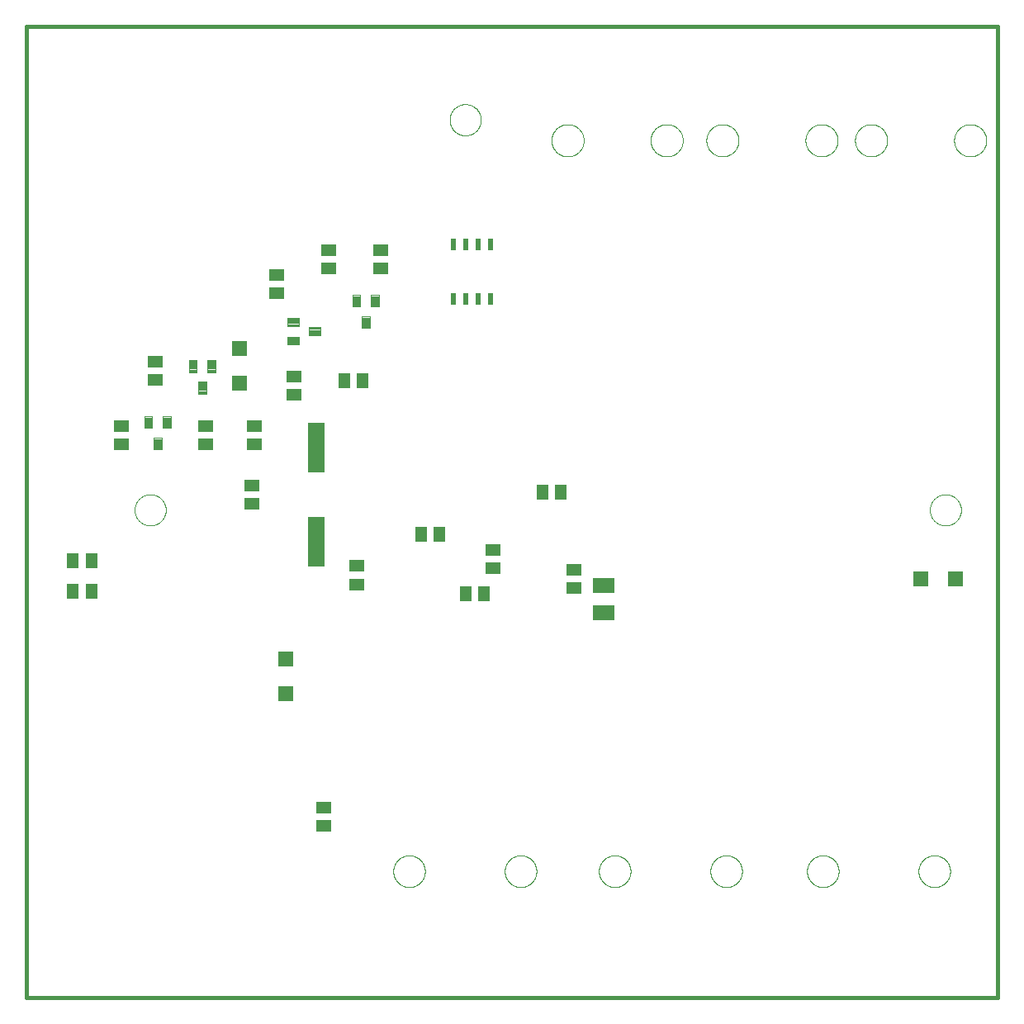
<source format=gtp>
G75*
%MOIN*%
%OFA0B0*%
%FSLAX25Y25*%
%IPPOS*%
%LPD*%
%AMOC8*
5,1,8,0,0,1.08239X$1,22.5*
%
%ADD10C,0.01600*%
%ADD11R,0.05906X0.05118*%
%ADD12R,0.05118X0.05906*%
%ADD13R,0.05906X0.05906*%
%ADD14C,0.00354*%
%ADD15R,0.08661X0.06299*%
%ADD16R,0.07000X0.20000*%
%ADD17C,0.00000*%
%ADD18R,0.02362X0.04724*%
%ADD19R,0.06299X0.05118*%
%ADD20R,0.05118X0.06299*%
D10*
X0001800Y0001800D02*
X0001800Y0393800D01*
X0393800Y0393800D01*
X0393800Y0001800D01*
X0001800Y0001800D01*
D11*
X0135300Y0168560D03*
X0135300Y0176040D03*
X0190300Y0175060D03*
X0190300Y0182540D03*
X0222800Y0174540D03*
X0222800Y0167060D03*
D12*
X0186540Y0164800D03*
X0179060Y0164800D03*
X0168540Y0188800D03*
X0161060Y0188800D03*
X0210060Y0205800D03*
X0217540Y0205800D03*
X0028040Y0178300D03*
X0020560Y0178300D03*
X0020560Y0165800D03*
X0028040Y0165800D03*
D13*
X0106643Y0138414D03*
X0106643Y0124635D03*
X0087800Y0249910D03*
X0087800Y0263690D03*
X0362910Y0170800D03*
X0376690Y0170800D03*
D14*
X0144134Y0285513D02*
X0140946Y0285513D01*
X0144134Y0285513D02*
X0144134Y0280749D01*
X0140946Y0280749D01*
X0140946Y0285513D01*
X0140946Y0281102D02*
X0144134Y0281102D01*
X0144134Y0281455D02*
X0140946Y0281455D01*
X0140946Y0281808D02*
X0144134Y0281808D01*
X0144134Y0282161D02*
X0140946Y0282161D01*
X0140946Y0282514D02*
X0144134Y0282514D01*
X0144134Y0282867D02*
X0140946Y0282867D01*
X0140946Y0283220D02*
X0144134Y0283220D01*
X0144134Y0283573D02*
X0140946Y0283573D01*
X0140946Y0283926D02*
X0144134Y0283926D01*
X0144134Y0284279D02*
X0140946Y0284279D01*
X0140946Y0284632D02*
X0144134Y0284632D01*
X0144134Y0284985D02*
X0140946Y0284985D01*
X0140946Y0285338D02*
X0144134Y0285338D01*
X0136654Y0285513D02*
X0133466Y0285513D01*
X0136654Y0285513D02*
X0136654Y0280749D01*
X0133466Y0280749D01*
X0133466Y0285513D01*
X0133466Y0281102D02*
X0136654Y0281102D01*
X0136654Y0281455D02*
X0133466Y0281455D01*
X0133466Y0281808D02*
X0136654Y0281808D01*
X0136654Y0282161D02*
X0133466Y0282161D01*
X0133466Y0282514D02*
X0136654Y0282514D01*
X0136654Y0282867D02*
X0133466Y0282867D01*
X0133466Y0283220D02*
X0136654Y0283220D01*
X0136654Y0283573D02*
X0133466Y0283573D01*
X0133466Y0283926D02*
X0136654Y0283926D01*
X0136654Y0284279D02*
X0133466Y0284279D01*
X0133466Y0284632D02*
X0136654Y0284632D01*
X0136654Y0284985D02*
X0133466Y0284985D01*
X0133466Y0285338D02*
X0136654Y0285338D01*
X0137206Y0276851D02*
X0140394Y0276851D01*
X0140394Y0272087D01*
X0137206Y0272087D01*
X0137206Y0276851D01*
X0137206Y0272440D02*
X0140394Y0272440D01*
X0140394Y0272793D02*
X0137206Y0272793D01*
X0137206Y0273146D02*
X0140394Y0273146D01*
X0140394Y0273499D02*
X0137206Y0273499D01*
X0137206Y0273852D02*
X0140394Y0273852D01*
X0140394Y0274205D02*
X0137206Y0274205D01*
X0137206Y0274558D02*
X0140394Y0274558D01*
X0140394Y0274911D02*
X0137206Y0274911D01*
X0137206Y0275264D02*
X0140394Y0275264D01*
X0140394Y0275617D02*
X0137206Y0275617D01*
X0137206Y0275970D02*
X0140394Y0275970D01*
X0140394Y0276323D02*
X0137206Y0276323D01*
X0137206Y0276676D02*
X0140394Y0276676D01*
X0115749Y0272394D02*
X0115749Y0269206D01*
X0115749Y0272394D02*
X0120513Y0272394D01*
X0120513Y0269206D01*
X0115749Y0269206D01*
X0115749Y0269559D02*
X0120513Y0269559D01*
X0120513Y0269912D02*
X0115749Y0269912D01*
X0115749Y0270265D02*
X0120513Y0270265D01*
X0120513Y0270618D02*
X0115749Y0270618D01*
X0115749Y0270971D02*
X0120513Y0270971D01*
X0120513Y0271324D02*
X0115749Y0271324D01*
X0115749Y0271677D02*
X0120513Y0271677D01*
X0120513Y0272030D02*
X0115749Y0272030D01*
X0115749Y0272383D02*
X0120513Y0272383D01*
X0107087Y0272946D02*
X0107087Y0276134D01*
X0111851Y0276134D01*
X0111851Y0272946D01*
X0107087Y0272946D01*
X0107087Y0273299D02*
X0111851Y0273299D01*
X0111851Y0273652D02*
X0107087Y0273652D01*
X0107087Y0274005D02*
X0111851Y0274005D01*
X0111851Y0274358D02*
X0107087Y0274358D01*
X0107087Y0274711D02*
X0111851Y0274711D01*
X0111851Y0275064D02*
X0107087Y0275064D01*
X0107087Y0275417D02*
X0111851Y0275417D01*
X0111851Y0275770D02*
X0107087Y0275770D01*
X0107087Y0276123D02*
X0111851Y0276123D01*
X0107087Y0268654D02*
X0107087Y0265466D01*
X0107087Y0268654D02*
X0111851Y0268654D01*
X0111851Y0265466D01*
X0107087Y0265466D01*
X0107087Y0265819D02*
X0111851Y0265819D01*
X0111851Y0266172D02*
X0107087Y0266172D01*
X0107087Y0266525D02*
X0111851Y0266525D01*
X0111851Y0266878D02*
X0107087Y0266878D01*
X0107087Y0267231D02*
X0111851Y0267231D01*
X0111851Y0267584D02*
X0107087Y0267584D01*
X0107087Y0267937D02*
X0111851Y0267937D01*
X0111851Y0268290D02*
X0107087Y0268290D01*
X0107087Y0268643D02*
X0111851Y0268643D01*
X0078134Y0259013D02*
X0074946Y0259013D01*
X0078134Y0259013D02*
X0078134Y0254249D01*
X0074946Y0254249D01*
X0074946Y0259013D01*
X0074946Y0254602D02*
X0078134Y0254602D01*
X0078134Y0254955D02*
X0074946Y0254955D01*
X0074946Y0255308D02*
X0078134Y0255308D01*
X0078134Y0255661D02*
X0074946Y0255661D01*
X0074946Y0256014D02*
X0078134Y0256014D01*
X0078134Y0256367D02*
X0074946Y0256367D01*
X0074946Y0256720D02*
X0078134Y0256720D01*
X0078134Y0257073D02*
X0074946Y0257073D01*
X0074946Y0257426D02*
X0078134Y0257426D01*
X0078134Y0257779D02*
X0074946Y0257779D01*
X0074946Y0258132D02*
X0078134Y0258132D01*
X0078134Y0258485D02*
X0074946Y0258485D01*
X0074946Y0258838D02*
X0078134Y0258838D01*
X0070654Y0259013D02*
X0067466Y0259013D01*
X0070654Y0259013D02*
X0070654Y0254249D01*
X0067466Y0254249D01*
X0067466Y0259013D01*
X0067466Y0254602D02*
X0070654Y0254602D01*
X0070654Y0254955D02*
X0067466Y0254955D01*
X0067466Y0255308D02*
X0070654Y0255308D01*
X0070654Y0255661D02*
X0067466Y0255661D01*
X0067466Y0256014D02*
X0070654Y0256014D01*
X0070654Y0256367D02*
X0067466Y0256367D01*
X0067466Y0256720D02*
X0070654Y0256720D01*
X0070654Y0257073D02*
X0067466Y0257073D01*
X0067466Y0257426D02*
X0070654Y0257426D01*
X0070654Y0257779D02*
X0067466Y0257779D01*
X0067466Y0258132D02*
X0070654Y0258132D01*
X0070654Y0258485D02*
X0067466Y0258485D01*
X0067466Y0258838D02*
X0070654Y0258838D01*
X0071206Y0250351D02*
X0074394Y0250351D01*
X0074394Y0245587D01*
X0071206Y0245587D01*
X0071206Y0250351D01*
X0071206Y0245940D02*
X0074394Y0245940D01*
X0074394Y0246293D02*
X0071206Y0246293D01*
X0071206Y0246646D02*
X0074394Y0246646D01*
X0074394Y0246999D02*
X0071206Y0246999D01*
X0071206Y0247352D02*
X0074394Y0247352D01*
X0074394Y0247705D02*
X0071206Y0247705D01*
X0071206Y0248058D02*
X0074394Y0248058D01*
X0074394Y0248411D02*
X0071206Y0248411D01*
X0071206Y0248764D02*
X0074394Y0248764D01*
X0074394Y0249117D02*
X0071206Y0249117D01*
X0071206Y0249470D02*
X0074394Y0249470D01*
X0074394Y0249823D02*
X0071206Y0249823D01*
X0071206Y0250176D02*
X0074394Y0250176D01*
X0060134Y0236513D02*
X0056946Y0236513D01*
X0060134Y0236513D02*
X0060134Y0231749D01*
X0056946Y0231749D01*
X0056946Y0236513D01*
X0056946Y0232102D02*
X0060134Y0232102D01*
X0060134Y0232455D02*
X0056946Y0232455D01*
X0056946Y0232808D02*
X0060134Y0232808D01*
X0060134Y0233161D02*
X0056946Y0233161D01*
X0056946Y0233514D02*
X0060134Y0233514D01*
X0060134Y0233867D02*
X0056946Y0233867D01*
X0056946Y0234220D02*
X0060134Y0234220D01*
X0060134Y0234573D02*
X0056946Y0234573D01*
X0056946Y0234926D02*
X0060134Y0234926D01*
X0060134Y0235279D02*
X0056946Y0235279D01*
X0056946Y0235632D02*
X0060134Y0235632D01*
X0060134Y0235985D02*
X0056946Y0235985D01*
X0056946Y0236338D02*
X0060134Y0236338D01*
X0052654Y0236513D02*
X0049466Y0236513D01*
X0052654Y0236513D02*
X0052654Y0231749D01*
X0049466Y0231749D01*
X0049466Y0236513D01*
X0049466Y0232102D02*
X0052654Y0232102D01*
X0052654Y0232455D02*
X0049466Y0232455D01*
X0049466Y0232808D02*
X0052654Y0232808D01*
X0052654Y0233161D02*
X0049466Y0233161D01*
X0049466Y0233514D02*
X0052654Y0233514D01*
X0052654Y0233867D02*
X0049466Y0233867D01*
X0049466Y0234220D02*
X0052654Y0234220D01*
X0052654Y0234573D02*
X0049466Y0234573D01*
X0049466Y0234926D02*
X0052654Y0234926D01*
X0052654Y0235279D02*
X0049466Y0235279D01*
X0049466Y0235632D02*
X0052654Y0235632D01*
X0052654Y0235985D02*
X0049466Y0235985D01*
X0049466Y0236338D02*
X0052654Y0236338D01*
X0053206Y0227851D02*
X0056394Y0227851D01*
X0056394Y0223087D01*
X0053206Y0223087D01*
X0053206Y0227851D01*
X0053206Y0223440D02*
X0056394Y0223440D01*
X0056394Y0223793D02*
X0053206Y0223793D01*
X0053206Y0224146D02*
X0056394Y0224146D01*
X0056394Y0224499D02*
X0053206Y0224499D01*
X0053206Y0224852D02*
X0056394Y0224852D01*
X0056394Y0225205D02*
X0053206Y0225205D01*
X0053206Y0225558D02*
X0056394Y0225558D01*
X0056394Y0225911D02*
X0053206Y0225911D01*
X0053206Y0226264D02*
X0056394Y0226264D01*
X0056394Y0226617D02*
X0053206Y0226617D01*
X0053206Y0226970D02*
X0056394Y0226970D01*
X0056394Y0227323D02*
X0053206Y0227323D01*
X0053206Y0227676D02*
X0056394Y0227676D01*
D15*
X0234800Y0168312D03*
X0234800Y0157288D03*
D16*
X0118800Y0185800D03*
X0118800Y0223800D03*
D17*
X0045501Y0198650D02*
X0045503Y0198808D01*
X0045509Y0198966D01*
X0045519Y0199124D01*
X0045533Y0199282D01*
X0045551Y0199439D01*
X0045572Y0199596D01*
X0045598Y0199752D01*
X0045628Y0199908D01*
X0045661Y0200063D01*
X0045699Y0200216D01*
X0045740Y0200369D01*
X0045785Y0200521D01*
X0045834Y0200672D01*
X0045887Y0200821D01*
X0045943Y0200969D01*
X0046003Y0201115D01*
X0046067Y0201260D01*
X0046135Y0201403D01*
X0046206Y0201545D01*
X0046280Y0201685D01*
X0046358Y0201822D01*
X0046440Y0201958D01*
X0046524Y0202092D01*
X0046613Y0202223D01*
X0046704Y0202352D01*
X0046799Y0202479D01*
X0046896Y0202604D01*
X0046997Y0202726D01*
X0047101Y0202845D01*
X0047208Y0202962D01*
X0047318Y0203076D01*
X0047431Y0203187D01*
X0047546Y0203296D01*
X0047664Y0203401D01*
X0047785Y0203503D01*
X0047908Y0203603D01*
X0048034Y0203699D01*
X0048162Y0203792D01*
X0048292Y0203882D01*
X0048425Y0203968D01*
X0048560Y0204052D01*
X0048696Y0204131D01*
X0048835Y0204208D01*
X0048976Y0204280D01*
X0049118Y0204350D01*
X0049262Y0204415D01*
X0049408Y0204477D01*
X0049555Y0204535D01*
X0049704Y0204590D01*
X0049854Y0204641D01*
X0050005Y0204688D01*
X0050157Y0204731D01*
X0050310Y0204770D01*
X0050465Y0204806D01*
X0050620Y0204837D01*
X0050776Y0204865D01*
X0050932Y0204889D01*
X0051089Y0204909D01*
X0051247Y0204925D01*
X0051404Y0204937D01*
X0051563Y0204945D01*
X0051721Y0204949D01*
X0051879Y0204949D01*
X0052037Y0204945D01*
X0052196Y0204937D01*
X0052353Y0204925D01*
X0052511Y0204909D01*
X0052668Y0204889D01*
X0052824Y0204865D01*
X0052980Y0204837D01*
X0053135Y0204806D01*
X0053290Y0204770D01*
X0053443Y0204731D01*
X0053595Y0204688D01*
X0053746Y0204641D01*
X0053896Y0204590D01*
X0054045Y0204535D01*
X0054192Y0204477D01*
X0054338Y0204415D01*
X0054482Y0204350D01*
X0054624Y0204280D01*
X0054765Y0204208D01*
X0054904Y0204131D01*
X0055040Y0204052D01*
X0055175Y0203968D01*
X0055308Y0203882D01*
X0055438Y0203792D01*
X0055566Y0203699D01*
X0055692Y0203603D01*
X0055815Y0203503D01*
X0055936Y0203401D01*
X0056054Y0203296D01*
X0056169Y0203187D01*
X0056282Y0203076D01*
X0056392Y0202962D01*
X0056499Y0202845D01*
X0056603Y0202726D01*
X0056704Y0202604D01*
X0056801Y0202479D01*
X0056896Y0202352D01*
X0056987Y0202223D01*
X0057076Y0202092D01*
X0057160Y0201958D01*
X0057242Y0201822D01*
X0057320Y0201685D01*
X0057394Y0201545D01*
X0057465Y0201403D01*
X0057533Y0201260D01*
X0057597Y0201115D01*
X0057657Y0200969D01*
X0057713Y0200821D01*
X0057766Y0200672D01*
X0057815Y0200521D01*
X0057860Y0200369D01*
X0057901Y0200216D01*
X0057939Y0200063D01*
X0057972Y0199908D01*
X0058002Y0199752D01*
X0058028Y0199596D01*
X0058049Y0199439D01*
X0058067Y0199282D01*
X0058081Y0199124D01*
X0058091Y0198966D01*
X0058097Y0198808D01*
X0058099Y0198650D01*
X0058097Y0198492D01*
X0058091Y0198334D01*
X0058081Y0198176D01*
X0058067Y0198018D01*
X0058049Y0197861D01*
X0058028Y0197704D01*
X0058002Y0197548D01*
X0057972Y0197392D01*
X0057939Y0197237D01*
X0057901Y0197084D01*
X0057860Y0196931D01*
X0057815Y0196779D01*
X0057766Y0196628D01*
X0057713Y0196479D01*
X0057657Y0196331D01*
X0057597Y0196185D01*
X0057533Y0196040D01*
X0057465Y0195897D01*
X0057394Y0195755D01*
X0057320Y0195615D01*
X0057242Y0195478D01*
X0057160Y0195342D01*
X0057076Y0195208D01*
X0056987Y0195077D01*
X0056896Y0194948D01*
X0056801Y0194821D01*
X0056704Y0194696D01*
X0056603Y0194574D01*
X0056499Y0194455D01*
X0056392Y0194338D01*
X0056282Y0194224D01*
X0056169Y0194113D01*
X0056054Y0194004D01*
X0055936Y0193899D01*
X0055815Y0193797D01*
X0055692Y0193697D01*
X0055566Y0193601D01*
X0055438Y0193508D01*
X0055308Y0193418D01*
X0055175Y0193332D01*
X0055040Y0193248D01*
X0054904Y0193169D01*
X0054765Y0193092D01*
X0054624Y0193020D01*
X0054482Y0192950D01*
X0054338Y0192885D01*
X0054192Y0192823D01*
X0054045Y0192765D01*
X0053896Y0192710D01*
X0053746Y0192659D01*
X0053595Y0192612D01*
X0053443Y0192569D01*
X0053290Y0192530D01*
X0053135Y0192494D01*
X0052980Y0192463D01*
X0052824Y0192435D01*
X0052668Y0192411D01*
X0052511Y0192391D01*
X0052353Y0192375D01*
X0052196Y0192363D01*
X0052037Y0192355D01*
X0051879Y0192351D01*
X0051721Y0192351D01*
X0051563Y0192355D01*
X0051404Y0192363D01*
X0051247Y0192375D01*
X0051089Y0192391D01*
X0050932Y0192411D01*
X0050776Y0192435D01*
X0050620Y0192463D01*
X0050465Y0192494D01*
X0050310Y0192530D01*
X0050157Y0192569D01*
X0050005Y0192612D01*
X0049854Y0192659D01*
X0049704Y0192710D01*
X0049555Y0192765D01*
X0049408Y0192823D01*
X0049262Y0192885D01*
X0049118Y0192950D01*
X0048976Y0193020D01*
X0048835Y0193092D01*
X0048696Y0193169D01*
X0048560Y0193248D01*
X0048425Y0193332D01*
X0048292Y0193418D01*
X0048162Y0193508D01*
X0048034Y0193601D01*
X0047908Y0193697D01*
X0047785Y0193797D01*
X0047664Y0193899D01*
X0047546Y0194004D01*
X0047431Y0194113D01*
X0047318Y0194224D01*
X0047208Y0194338D01*
X0047101Y0194455D01*
X0046997Y0194574D01*
X0046896Y0194696D01*
X0046799Y0194821D01*
X0046704Y0194948D01*
X0046613Y0195077D01*
X0046524Y0195208D01*
X0046440Y0195342D01*
X0046358Y0195478D01*
X0046280Y0195615D01*
X0046206Y0195755D01*
X0046135Y0195897D01*
X0046067Y0196040D01*
X0046003Y0196185D01*
X0045943Y0196331D01*
X0045887Y0196479D01*
X0045834Y0196628D01*
X0045785Y0196779D01*
X0045740Y0196931D01*
X0045699Y0197084D01*
X0045661Y0197237D01*
X0045628Y0197392D01*
X0045598Y0197548D01*
X0045572Y0197704D01*
X0045551Y0197861D01*
X0045533Y0198018D01*
X0045519Y0198176D01*
X0045509Y0198334D01*
X0045503Y0198492D01*
X0045501Y0198650D01*
X0149900Y0052800D02*
X0149902Y0052960D01*
X0149908Y0053119D01*
X0149918Y0053278D01*
X0149932Y0053437D01*
X0149950Y0053596D01*
X0149971Y0053754D01*
X0149997Y0053911D01*
X0150027Y0054068D01*
X0150060Y0054224D01*
X0150098Y0054379D01*
X0150139Y0054533D01*
X0150184Y0054686D01*
X0150233Y0054838D01*
X0150286Y0054989D01*
X0150342Y0055138D01*
X0150403Y0055286D01*
X0150466Y0055432D01*
X0150534Y0055577D01*
X0150605Y0055720D01*
X0150679Y0055861D01*
X0150757Y0056000D01*
X0150839Y0056137D01*
X0150924Y0056272D01*
X0151012Y0056405D01*
X0151104Y0056536D01*
X0151198Y0056664D01*
X0151296Y0056790D01*
X0151397Y0056914D01*
X0151501Y0057035D01*
X0151608Y0057153D01*
X0151718Y0057269D01*
X0151831Y0057382D01*
X0151947Y0057492D01*
X0152065Y0057599D01*
X0152186Y0057703D01*
X0152310Y0057804D01*
X0152436Y0057902D01*
X0152564Y0057996D01*
X0152695Y0058088D01*
X0152828Y0058176D01*
X0152963Y0058261D01*
X0153100Y0058343D01*
X0153239Y0058421D01*
X0153380Y0058495D01*
X0153523Y0058566D01*
X0153668Y0058634D01*
X0153814Y0058697D01*
X0153962Y0058758D01*
X0154111Y0058814D01*
X0154262Y0058867D01*
X0154414Y0058916D01*
X0154567Y0058961D01*
X0154721Y0059002D01*
X0154876Y0059040D01*
X0155032Y0059073D01*
X0155189Y0059103D01*
X0155346Y0059129D01*
X0155504Y0059150D01*
X0155663Y0059168D01*
X0155822Y0059182D01*
X0155981Y0059192D01*
X0156140Y0059198D01*
X0156300Y0059200D01*
X0156460Y0059198D01*
X0156619Y0059192D01*
X0156778Y0059182D01*
X0156937Y0059168D01*
X0157096Y0059150D01*
X0157254Y0059129D01*
X0157411Y0059103D01*
X0157568Y0059073D01*
X0157724Y0059040D01*
X0157879Y0059002D01*
X0158033Y0058961D01*
X0158186Y0058916D01*
X0158338Y0058867D01*
X0158489Y0058814D01*
X0158638Y0058758D01*
X0158786Y0058697D01*
X0158932Y0058634D01*
X0159077Y0058566D01*
X0159220Y0058495D01*
X0159361Y0058421D01*
X0159500Y0058343D01*
X0159637Y0058261D01*
X0159772Y0058176D01*
X0159905Y0058088D01*
X0160036Y0057996D01*
X0160164Y0057902D01*
X0160290Y0057804D01*
X0160414Y0057703D01*
X0160535Y0057599D01*
X0160653Y0057492D01*
X0160769Y0057382D01*
X0160882Y0057269D01*
X0160992Y0057153D01*
X0161099Y0057035D01*
X0161203Y0056914D01*
X0161304Y0056790D01*
X0161402Y0056664D01*
X0161496Y0056536D01*
X0161588Y0056405D01*
X0161676Y0056272D01*
X0161761Y0056137D01*
X0161843Y0056000D01*
X0161921Y0055861D01*
X0161995Y0055720D01*
X0162066Y0055577D01*
X0162134Y0055432D01*
X0162197Y0055286D01*
X0162258Y0055138D01*
X0162314Y0054989D01*
X0162367Y0054838D01*
X0162416Y0054686D01*
X0162461Y0054533D01*
X0162502Y0054379D01*
X0162540Y0054224D01*
X0162573Y0054068D01*
X0162603Y0053911D01*
X0162629Y0053754D01*
X0162650Y0053596D01*
X0162668Y0053437D01*
X0162682Y0053278D01*
X0162692Y0053119D01*
X0162698Y0052960D01*
X0162700Y0052800D01*
X0162698Y0052640D01*
X0162692Y0052481D01*
X0162682Y0052322D01*
X0162668Y0052163D01*
X0162650Y0052004D01*
X0162629Y0051846D01*
X0162603Y0051689D01*
X0162573Y0051532D01*
X0162540Y0051376D01*
X0162502Y0051221D01*
X0162461Y0051067D01*
X0162416Y0050914D01*
X0162367Y0050762D01*
X0162314Y0050611D01*
X0162258Y0050462D01*
X0162197Y0050314D01*
X0162134Y0050168D01*
X0162066Y0050023D01*
X0161995Y0049880D01*
X0161921Y0049739D01*
X0161843Y0049600D01*
X0161761Y0049463D01*
X0161676Y0049328D01*
X0161588Y0049195D01*
X0161496Y0049064D01*
X0161402Y0048936D01*
X0161304Y0048810D01*
X0161203Y0048686D01*
X0161099Y0048565D01*
X0160992Y0048447D01*
X0160882Y0048331D01*
X0160769Y0048218D01*
X0160653Y0048108D01*
X0160535Y0048001D01*
X0160414Y0047897D01*
X0160290Y0047796D01*
X0160164Y0047698D01*
X0160036Y0047604D01*
X0159905Y0047512D01*
X0159772Y0047424D01*
X0159637Y0047339D01*
X0159500Y0047257D01*
X0159361Y0047179D01*
X0159220Y0047105D01*
X0159077Y0047034D01*
X0158932Y0046966D01*
X0158786Y0046903D01*
X0158638Y0046842D01*
X0158489Y0046786D01*
X0158338Y0046733D01*
X0158186Y0046684D01*
X0158033Y0046639D01*
X0157879Y0046598D01*
X0157724Y0046560D01*
X0157568Y0046527D01*
X0157411Y0046497D01*
X0157254Y0046471D01*
X0157096Y0046450D01*
X0156937Y0046432D01*
X0156778Y0046418D01*
X0156619Y0046408D01*
X0156460Y0046402D01*
X0156300Y0046400D01*
X0156140Y0046402D01*
X0155981Y0046408D01*
X0155822Y0046418D01*
X0155663Y0046432D01*
X0155504Y0046450D01*
X0155346Y0046471D01*
X0155189Y0046497D01*
X0155032Y0046527D01*
X0154876Y0046560D01*
X0154721Y0046598D01*
X0154567Y0046639D01*
X0154414Y0046684D01*
X0154262Y0046733D01*
X0154111Y0046786D01*
X0153962Y0046842D01*
X0153814Y0046903D01*
X0153668Y0046966D01*
X0153523Y0047034D01*
X0153380Y0047105D01*
X0153239Y0047179D01*
X0153100Y0047257D01*
X0152963Y0047339D01*
X0152828Y0047424D01*
X0152695Y0047512D01*
X0152564Y0047604D01*
X0152436Y0047698D01*
X0152310Y0047796D01*
X0152186Y0047897D01*
X0152065Y0048001D01*
X0151947Y0048108D01*
X0151831Y0048218D01*
X0151718Y0048331D01*
X0151608Y0048447D01*
X0151501Y0048565D01*
X0151397Y0048686D01*
X0151296Y0048810D01*
X0151198Y0048936D01*
X0151104Y0049064D01*
X0151012Y0049195D01*
X0150924Y0049328D01*
X0150839Y0049463D01*
X0150757Y0049600D01*
X0150679Y0049739D01*
X0150605Y0049880D01*
X0150534Y0050023D01*
X0150466Y0050168D01*
X0150403Y0050314D01*
X0150342Y0050462D01*
X0150286Y0050611D01*
X0150233Y0050762D01*
X0150184Y0050914D01*
X0150139Y0051067D01*
X0150098Y0051221D01*
X0150060Y0051376D01*
X0150027Y0051532D01*
X0149997Y0051689D01*
X0149971Y0051846D01*
X0149950Y0052004D01*
X0149932Y0052163D01*
X0149918Y0052322D01*
X0149908Y0052481D01*
X0149902Y0052640D01*
X0149900Y0052800D01*
X0194900Y0052800D02*
X0194902Y0052960D01*
X0194908Y0053119D01*
X0194918Y0053278D01*
X0194932Y0053437D01*
X0194950Y0053596D01*
X0194971Y0053754D01*
X0194997Y0053911D01*
X0195027Y0054068D01*
X0195060Y0054224D01*
X0195098Y0054379D01*
X0195139Y0054533D01*
X0195184Y0054686D01*
X0195233Y0054838D01*
X0195286Y0054989D01*
X0195342Y0055138D01*
X0195403Y0055286D01*
X0195466Y0055432D01*
X0195534Y0055577D01*
X0195605Y0055720D01*
X0195679Y0055861D01*
X0195757Y0056000D01*
X0195839Y0056137D01*
X0195924Y0056272D01*
X0196012Y0056405D01*
X0196104Y0056536D01*
X0196198Y0056664D01*
X0196296Y0056790D01*
X0196397Y0056914D01*
X0196501Y0057035D01*
X0196608Y0057153D01*
X0196718Y0057269D01*
X0196831Y0057382D01*
X0196947Y0057492D01*
X0197065Y0057599D01*
X0197186Y0057703D01*
X0197310Y0057804D01*
X0197436Y0057902D01*
X0197564Y0057996D01*
X0197695Y0058088D01*
X0197828Y0058176D01*
X0197963Y0058261D01*
X0198100Y0058343D01*
X0198239Y0058421D01*
X0198380Y0058495D01*
X0198523Y0058566D01*
X0198668Y0058634D01*
X0198814Y0058697D01*
X0198962Y0058758D01*
X0199111Y0058814D01*
X0199262Y0058867D01*
X0199414Y0058916D01*
X0199567Y0058961D01*
X0199721Y0059002D01*
X0199876Y0059040D01*
X0200032Y0059073D01*
X0200189Y0059103D01*
X0200346Y0059129D01*
X0200504Y0059150D01*
X0200663Y0059168D01*
X0200822Y0059182D01*
X0200981Y0059192D01*
X0201140Y0059198D01*
X0201300Y0059200D01*
X0201460Y0059198D01*
X0201619Y0059192D01*
X0201778Y0059182D01*
X0201937Y0059168D01*
X0202096Y0059150D01*
X0202254Y0059129D01*
X0202411Y0059103D01*
X0202568Y0059073D01*
X0202724Y0059040D01*
X0202879Y0059002D01*
X0203033Y0058961D01*
X0203186Y0058916D01*
X0203338Y0058867D01*
X0203489Y0058814D01*
X0203638Y0058758D01*
X0203786Y0058697D01*
X0203932Y0058634D01*
X0204077Y0058566D01*
X0204220Y0058495D01*
X0204361Y0058421D01*
X0204500Y0058343D01*
X0204637Y0058261D01*
X0204772Y0058176D01*
X0204905Y0058088D01*
X0205036Y0057996D01*
X0205164Y0057902D01*
X0205290Y0057804D01*
X0205414Y0057703D01*
X0205535Y0057599D01*
X0205653Y0057492D01*
X0205769Y0057382D01*
X0205882Y0057269D01*
X0205992Y0057153D01*
X0206099Y0057035D01*
X0206203Y0056914D01*
X0206304Y0056790D01*
X0206402Y0056664D01*
X0206496Y0056536D01*
X0206588Y0056405D01*
X0206676Y0056272D01*
X0206761Y0056137D01*
X0206843Y0056000D01*
X0206921Y0055861D01*
X0206995Y0055720D01*
X0207066Y0055577D01*
X0207134Y0055432D01*
X0207197Y0055286D01*
X0207258Y0055138D01*
X0207314Y0054989D01*
X0207367Y0054838D01*
X0207416Y0054686D01*
X0207461Y0054533D01*
X0207502Y0054379D01*
X0207540Y0054224D01*
X0207573Y0054068D01*
X0207603Y0053911D01*
X0207629Y0053754D01*
X0207650Y0053596D01*
X0207668Y0053437D01*
X0207682Y0053278D01*
X0207692Y0053119D01*
X0207698Y0052960D01*
X0207700Y0052800D01*
X0207698Y0052640D01*
X0207692Y0052481D01*
X0207682Y0052322D01*
X0207668Y0052163D01*
X0207650Y0052004D01*
X0207629Y0051846D01*
X0207603Y0051689D01*
X0207573Y0051532D01*
X0207540Y0051376D01*
X0207502Y0051221D01*
X0207461Y0051067D01*
X0207416Y0050914D01*
X0207367Y0050762D01*
X0207314Y0050611D01*
X0207258Y0050462D01*
X0207197Y0050314D01*
X0207134Y0050168D01*
X0207066Y0050023D01*
X0206995Y0049880D01*
X0206921Y0049739D01*
X0206843Y0049600D01*
X0206761Y0049463D01*
X0206676Y0049328D01*
X0206588Y0049195D01*
X0206496Y0049064D01*
X0206402Y0048936D01*
X0206304Y0048810D01*
X0206203Y0048686D01*
X0206099Y0048565D01*
X0205992Y0048447D01*
X0205882Y0048331D01*
X0205769Y0048218D01*
X0205653Y0048108D01*
X0205535Y0048001D01*
X0205414Y0047897D01*
X0205290Y0047796D01*
X0205164Y0047698D01*
X0205036Y0047604D01*
X0204905Y0047512D01*
X0204772Y0047424D01*
X0204637Y0047339D01*
X0204500Y0047257D01*
X0204361Y0047179D01*
X0204220Y0047105D01*
X0204077Y0047034D01*
X0203932Y0046966D01*
X0203786Y0046903D01*
X0203638Y0046842D01*
X0203489Y0046786D01*
X0203338Y0046733D01*
X0203186Y0046684D01*
X0203033Y0046639D01*
X0202879Y0046598D01*
X0202724Y0046560D01*
X0202568Y0046527D01*
X0202411Y0046497D01*
X0202254Y0046471D01*
X0202096Y0046450D01*
X0201937Y0046432D01*
X0201778Y0046418D01*
X0201619Y0046408D01*
X0201460Y0046402D01*
X0201300Y0046400D01*
X0201140Y0046402D01*
X0200981Y0046408D01*
X0200822Y0046418D01*
X0200663Y0046432D01*
X0200504Y0046450D01*
X0200346Y0046471D01*
X0200189Y0046497D01*
X0200032Y0046527D01*
X0199876Y0046560D01*
X0199721Y0046598D01*
X0199567Y0046639D01*
X0199414Y0046684D01*
X0199262Y0046733D01*
X0199111Y0046786D01*
X0198962Y0046842D01*
X0198814Y0046903D01*
X0198668Y0046966D01*
X0198523Y0047034D01*
X0198380Y0047105D01*
X0198239Y0047179D01*
X0198100Y0047257D01*
X0197963Y0047339D01*
X0197828Y0047424D01*
X0197695Y0047512D01*
X0197564Y0047604D01*
X0197436Y0047698D01*
X0197310Y0047796D01*
X0197186Y0047897D01*
X0197065Y0048001D01*
X0196947Y0048108D01*
X0196831Y0048218D01*
X0196718Y0048331D01*
X0196608Y0048447D01*
X0196501Y0048565D01*
X0196397Y0048686D01*
X0196296Y0048810D01*
X0196198Y0048936D01*
X0196104Y0049064D01*
X0196012Y0049195D01*
X0195924Y0049328D01*
X0195839Y0049463D01*
X0195757Y0049600D01*
X0195679Y0049739D01*
X0195605Y0049880D01*
X0195534Y0050023D01*
X0195466Y0050168D01*
X0195403Y0050314D01*
X0195342Y0050462D01*
X0195286Y0050611D01*
X0195233Y0050762D01*
X0195184Y0050914D01*
X0195139Y0051067D01*
X0195098Y0051221D01*
X0195060Y0051376D01*
X0195027Y0051532D01*
X0194997Y0051689D01*
X0194971Y0051846D01*
X0194950Y0052004D01*
X0194932Y0052163D01*
X0194918Y0052322D01*
X0194908Y0052481D01*
X0194902Y0052640D01*
X0194900Y0052800D01*
X0232900Y0052800D02*
X0232902Y0052960D01*
X0232908Y0053119D01*
X0232918Y0053278D01*
X0232932Y0053437D01*
X0232950Y0053596D01*
X0232971Y0053754D01*
X0232997Y0053911D01*
X0233027Y0054068D01*
X0233060Y0054224D01*
X0233098Y0054379D01*
X0233139Y0054533D01*
X0233184Y0054686D01*
X0233233Y0054838D01*
X0233286Y0054989D01*
X0233342Y0055138D01*
X0233403Y0055286D01*
X0233466Y0055432D01*
X0233534Y0055577D01*
X0233605Y0055720D01*
X0233679Y0055861D01*
X0233757Y0056000D01*
X0233839Y0056137D01*
X0233924Y0056272D01*
X0234012Y0056405D01*
X0234104Y0056536D01*
X0234198Y0056664D01*
X0234296Y0056790D01*
X0234397Y0056914D01*
X0234501Y0057035D01*
X0234608Y0057153D01*
X0234718Y0057269D01*
X0234831Y0057382D01*
X0234947Y0057492D01*
X0235065Y0057599D01*
X0235186Y0057703D01*
X0235310Y0057804D01*
X0235436Y0057902D01*
X0235564Y0057996D01*
X0235695Y0058088D01*
X0235828Y0058176D01*
X0235963Y0058261D01*
X0236100Y0058343D01*
X0236239Y0058421D01*
X0236380Y0058495D01*
X0236523Y0058566D01*
X0236668Y0058634D01*
X0236814Y0058697D01*
X0236962Y0058758D01*
X0237111Y0058814D01*
X0237262Y0058867D01*
X0237414Y0058916D01*
X0237567Y0058961D01*
X0237721Y0059002D01*
X0237876Y0059040D01*
X0238032Y0059073D01*
X0238189Y0059103D01*
X0238346Y0059129D01*
X0238504Y0059150D01*
X0238663Y0059168D01*
X0238822Y0059182D01*
X0238981Y0059192D01*
X0239140Y0059198D01*
X0239300Y0059200D01*
X0239460Y0059198D01*
X0239619Y0059192D01*
X0239778Y0059182D01*
X0239937Y0059168D01*
X0240096Y0059150D01*
X0240254Y0059129D01*
X0240411Y0059103D01*
X0240568Y0059073D01*
X0240724Y0059040D01*
X0240879Y0059002D01*
X0241033Y0058961D01*
X0241186Y0058916D01*
X0241338Y0058867D01*
X0241489Y0058814D01*
X0241638Y0058758D01*
X0241786Y0058697D01*
X0241932Y0058634D01*
X0242077Y0058566D01*
X0242220Y0058495D01*
X0242361Y0058421D01*
X0242500Y0058343D01*
X0242637Y0058261D01*
X0242772Y0058176D01*
X0242905Y0058088D01*
X0243036Y0057996D01*
X0243164Y0057902D01*
X0243290Y0057804D01*
X0243414Y0057703D01*
X0243535Y0057599D01*
X0243653Y0057492D01*
X0243769Y0057382D01*
X0243882Y0057269D01*
X0243992Y0057153D01*
X0244099Y0057035D01*
X0244203Y0056914D01*
X0244304Y0056790D01*
X0244402Y0056664D01*
X0244496Y0056536D01*
X0244588Y0056405D01*
X0244676Y0056272D01*
X0244761Y0056137D01*
X0244843Y0056000D01*
X0244921Y0055861D01*
X0244995Y0055720D01*
X0245066Y0055577D01*
X0245134Y0055432D01*
X0245197Y0055286D01*
X0245258Y0055138D01*
X0245314Y0054989D01*
X0245367Y0054838D01*
X0245416Y0054686D01*
X0245461Y0054533D01*
X0245502Y0054379D01*
X0245540Y0054224D01*
X0245573Y0054068D01*
X0245603Y0053911D01*
X0245629Y0053754D01*
X0245650Y0053596D01*
X0245668Y0053437D01*
X0245682Y0053278D01*
X0245692Y0053119D01*
X0245698Y0052960D01*
X0245700Y0052800D01*
X0245698Y0052640D01*
X0245692Y0052481D01*
X0245682Y0052322D01*
X0245668Y0052163D01*
X0245650Y0052004D01*
X0245629Y0051846D01*
X0245603Y0051689D01*
X0245573Y0051532D01*
X0245540Y0051376D01*
X0245502Y0051221D01*
X0245461Y0051067D01*
X0245416Y0050914D01*
X0245367Y0050762D01*
X0245314Y0050611D01*
X0245258Y0050462D01*
X0245197Y0050314D01*
X0245134Y0050168D01*
X0245066Y0050023D01*
X0244995Y0049880D01*
X0244921Y0049739D01*
X0244843Y0049600D01*
X0244761Y0049463D01*
X0244676Y0049328D01*
X0244588Y0049195D01*
X0244496Y0049064D01*
X0244402Y0048936D01*
X0244304Y0048810D01*
X0244203Y0048686D01*
X0244099Y0048565D01*
X0243992Y0048447D01*
X0243882Y0048331D01*
X0243769Y0048218D01*
X0243653Y0048108D01*
X0243535Y0048001D01*
X0243414Y0047897D01*
X0243290Y0047796D01*
X0243164Y0047698D01*
X0243036Y0047604D01*
X0242905Y0047512D01*
X0242772Y0047424D01*
X0242637Y0047339D01*
X0242500Y0047257D01*
X0242361Y0047179D01*
X0242220Y0047105D01*
X0242077Y0047034D01*
X0241932Y0046966D01*
X0241786Y0046903D01*
X0241638Y0046842D01*
X0241489Y0046786D01*
X0241338Y0046733D01*
X0241186Y0046684D01*
X0241033Y0046639D01*
X0240879Y0046598D01*
X0240724Y0046560D01*
X0240568Y0046527D01*
X0240411Y0046497D01*
X0240254Y0046471D01*
X0240096Y0046450D01*
X0239937Y0046432D01*
X0239778Y0046418D01*
X0239619Y0046408D01*
X0239460Y0046402D01*
X0239300Y0046400D01*
X0239140Y0046402D01*
X0238981Y0046408D01*
X0238822Y0046418D01*
X0238663Y0046432D01*
X0238504Y0046450D01*
X0238346Y0046471D01*
X0238189Y0046497D01*
X0238032Y0046527D01*
X0237876Y0046560D01*
X0237721Y0046598D01*
X0237567Y0046639D01*
X0237414Y0046684D01*
X0237262Y0046733D01*
X0237111Y0046786D01*
X0236962Y0046842D01*
X0236814Y0046903D01*
X0236668Y0046966D01*
X0236523Y0047034D01*
X0236380Y0047105D01*
X0236239Y0047179D01*
X0236100Y0047257D01*
X0235963Y0047339D01*
X0235828Y0047424D01*
X0235695Y0047512D01*
X0235564Y0047604D01*
X0235436Y0047698D01*
X0235310Y0047796D01*
X0235186Y0047897D01*
X0235065Y0048001D01*
X0234947Y0048108D01*
X0234831Y0048218D01*
X0234718Y0048331D01*
X0234608Y0048447D01*
X0234501Y0048565D01*
X0234397Y0048686D01*
X0234296Y0048810D01*
X0234198Y0048936D01*
X0234104Y0049064D01*
X0234012Y0049195D01*
X0233924Y0049328D01*
X0233839Y0049463D01*
X0233757Y0049600D01*
X0233679Y0049739D01*
X0233605Y0049880D01*
X0233534Y0050023D01*
X0233466Y0050168D01*
X0233403Y0050314D01*
X0233342Y0050462D01*
X0233286Y0050611D01*
X0233233Y0050762D01*
X0233184Y0050914D01*
X0233139Y0051067D01*
X0233098Y0051221D01*
X0233060Y0051376D01*
X0233027Y0051532D01*
X0232997Y0051689D01*
X0232971Y0051846D01*
X0232950Y0052004D01*
X0232932Y0052163D01*
X0232918Y0052322D01*
X0232908Y0052481D01*
X0232902Y0052640D01*
X0232900Y0052800D01*
X0277900Y0052800D02*
X0277902Y0052960D01*
X0277908Y0053119D01*
X0277918Y0053278D01*
X0277932Y0053437D01*
X0277950Y0053596D01*
X0277971Y0053754D01*
X0277997Y0053911D01*
X0278027Y0054068D01*
X0278060Y0054224D01*
X0278098Y0054379D01*
X0278139Y0054533D01*
X0278184Y0054686D01*
X0278233Y0054838D01*
X0278286Y0054989D01*
X0278342Y0055138D01*
X0278403Y0055286D01*
X0278466Y0055432D01*
X0278534Y0055577D01*
X0278605Y0055720D01*
X0278679Y0055861D01*
X0278757Y0056000D01*
X0278839Y0056137D01*
X0278924Y0056272D01*
X0279012Y0056405D01*
X0279104Y0056536D01*
X0279198Y0056664D01*
X0279296Y0056790D01*
X0279397Y0056914D01*
X0279501Y0057035D01*
X0279608Y0057153D01*
X0279718Y0057269D01*
X0279831Y0057382D01*
X0279947Y0057492D01*
X0280065Y0057599D01*
X0280186Y0057703D01*
X0280310Y0057804D01*
X0280436Y0057902D01*
X0280564Y0057996D01*
X0280695Y0058088D01*
X0280828Y0058176D01*
X0280963Y0058261D01*
X0281100Y0058343D01*
X0281239Y0058421D01*
X0281380Y0058495D01*
X0281523Y0058566D01*
X0281668Y0058634D01*
X0281814Y0058697D01*
X0281962Y0058758D01*
X0282111Y0058814D01*
X0282262Y0058867D01*
X0282414Y0058916D01*
X0282567Y0058961D01*
X0282721Y0059002D01*
X0282876Y0059040D01*
X0283032Y0059073D01*
X0283189Y0059103D01*
X0283346Y0059129D01*
X0283504Y0059150D01*
X0283663Y0059168D01*
X0283822Y0059182D01*
X0283981Y0059192D01*
X0284140Y0059198D01*
X0284300Y0059200D01*
X0284460Y0059198D01*
X0284619Y0059192D01*
X0284778Y0059182D01*
X0284937Y0059168D01*
X0285096Y0059150D01*
X0285254Y0059129D01*
X0285411Y0059103D01*
X0285568Y0059073D01*
X0285724Y0059040D01*
X0285879Y0059002D01*
X0286033Y0058961D01*
X0286186Y0058916D01*
X0286338Y0058867D01*
X0286489Y0058814D01*
X0286638Y0058758D01*
X0286786Y0058697D01*
X0286932Y0058634D01*
X0287077Y0058566D01*
X0287220Y0058495D01*
X0287361Y0058421D01*
X0287500Y0058343D01*
X0287637Y0058261D01*
X0287772Y0058176D01*
X0287905Y0058088D01*
X0288036Y0057996D01*
X0288164Y0057902D01*
X0288290Y0057804D01*
X0288414Y0057703D01*
X0288535Y0057599D01*
X0288653Y0057492D01*
X0288769Y0057382D01*
X0288882Y0057269D01*
X0288992Y0057153D01*
X0289099Y0057035D01*
X0289203Y0056914D01*
X0289304Y0056790D01*
X0289402Y0056664D01*
X0289496Y0056536D01*
X0289588Y0056405D01*
X0289676Y0056272D01*
X0289761Y0056137D01*
X0289843Y0056000D01*
X0289921Y0055861D01*
X0289995Y0055720D01*
X0290066Y0055577D01*
X0290134Y0055432D01*
X0290197Y0055286D01*
X0290258Y0055138D01*
X0290314Y0054989D01*
X0290367Y0054838D01*
X0290416Y0054686D01*
X0290461Y0054533D01*
X0290502Y0054379D01*
X0290540Y0054224D01*
X0290573Y0054068D01*
X0290603Y0053911D01*
X0290629Y0053754D01*
X0290650Y0053596D01*
X0290668Y0053437D01*
X0290682Y0053278D01*
X0290692Y0053119D01*
X0290698Y0052960D01*
X0290700Y0052800D01*
X0290698Y0052640D01*
X0290692Y0052481D01*
X0290682Y0052322D01*
X0290668Y0052163D01*
X0290650Y0052004D01*
X0290629Y0051846D01*
X0290603Y0051689D01*
X0290573Y0051532D01*
X0290540Y0051376D01*
X0290502Y0051221D01*
X0290461Y0051067D01*
X0290416Y0050914D01*
X0290367Y0050762D01*
X0290314Y0050611D01*
X0290258Y0050462D01*
X0290197Y0050314D01*
X0290134Y0050168D01*
X0290066Y0050023D01*
X0289995Y0049880D01*
X0289921Y0049739D01*
X0289843Y0049600D01*
X0289761Y0049463D01*
X0289676Y0049328D01*
X0289588Y0049195D01*
X0289496Y0049064D01*
X0289402Y0048936D01*
X0289304Y0048810D01*
X0289203Y0048686D01*
X0289099Y0048565D01*
X0288992Y0048447D01*
X0288882Y0048331D01*
X0288769Y0048218D01*
X0288653Y0048108D01*
X0288535Y0048001D01*
X0288414Y0047897D01*
X0288290Y0047796D01*
X0288164Y0047698D01*
X0288036Y0047604D01*
X0287905Y0047512D01*
X0287772Y0047424D01*
X0287637Y0047339D01*
X0287500Y0047257D01*
X0287361Y0047179D01*
X0287220Y0047105D01*
X0287077Y0047034D01*
X0286932Y0046966D01*
X0286786Y0046903D01*
X0286638Y0046842D01*
X0286489Y0046786D01*
X0286338Y0046733D01*
X0286186Y0046684D01*
X0286033Y0046639D01*
X0285879Y0046598D01*
X0285724Y0046560D01*
X0285568Y0046527D01*
X0285411Y0046497D01*
X0285254Y0046471D01*
X0285096Y0046450D01*
X0284937Y0046432D01*
X0284778Y0046418D01*
X0284619Y0046408D01*
X0284460Y0046402D01*
X0284300Y0046400D01*
X0284140Y0046402D01*
X0283981Y0046408D01*
X0283822Y0046418D01*
X0283663Y0046432D01*
X0283504Y0046450D01*
X0283346Y0046471D01*
X0283189Y0046497D01*
X0283032Y0046527D01*
X0282876Y0046560D01*
X0282721Y0046598D01*
X0282567Y0046639D01*
X0282414Y0046684D01*
X0282262Y0046733D01*
X0282111Y0046786D01*
X0281962Y0046842D01*
X0281814Y0046903D01*
X0281668Y0046966D01*
X0281523Y0047034D01*
X0281380Y0047105D01*
X0281239Y0047179D01*
X0281100Y0047257D01*
X0280963Y0047339D01*
X0280828Y0047424D01*
X0280695Y0047512D01*
X0280564Y0047604D01*
X0280436Y0047698D01*
X0280310Y0047796D01*
X0280186Y0047897D01*
X0280065Y0048001D01*
X0279947Y0048108D01*
X0279831Y0048218D01*
X0279718Y0048331D01*
X0279608Y0048447D01*
X0279501Y0048565D01*
X0279397Y0048686D01*
X0279296Y0048810D01*
X0279198Y0048936D01*
X0279104Y0049064D01*
X0279012Y0049195D01*
X0278924Y0049328D01*
X0278839Y0049463D01*
X0278757Y0049600D01*
X0278679Y0049739D01*
X0278605Y0049880D01*
X0278534Y0050023D01*
X0278466Y0050168D01*
X0278403Y0050314D01*
X0278342Y0050462D01*
X0278286Y0050611D01*
X0278233Y0050762D01*
X0278184Y0050914D01*
X0278139Y0051067D01*
X0278098Y0051221D01*
X0278060Y0051376D01*
X0278027Y0051532D01*
X0277997Y0051689D01*
X0277971Y0051846D01*
X0277950Y0052004D01*
X0277932Y0052163D01*
X0277918Y0052322D01*
X0277908Y0052481D01*
X0277902Y0052640D01*
X0277900Y0052800D01*
X0316900Y0052800D02*
X0316902Y0052960D01*
X0316908Y0053119D01*
X0316918Y0053278D01*
X0316932Y0053437D01*
X0316950Y0053596D01*
X0316971Y0053754D01*
X0316997Y0053911D01*
X0317027Y0054068D01*
X0317060Y0054224D01*
X0317098Y0054379D01*
X0317139Y0054533D01*
X0317184Y0054686D01*
X0317233Y0054838D01*
X0317286Y0054989D01*
X0317342Y0055138D01*
X0317403Y0055286D01*
X0317466Y0055432D01*
X0317534Y0055577D01*
X0317605Y0055720D01*
X0317679Y0055861D01*
X0317757Y0056000D01*
X0317839Y0056137D01*
X0317924Y0056272D01*
X0318012Y0056405D01*
X0318104Y0056536D01*
X0318198Y0056664D01*
X0318296Y0056790D01*
X0318397Y0056914D01*
X0318501Y0057035D01*
X0318608Y0057153D01*
X0318718Y0057269D01*
X0318831Y0057382D01*
X0318947Y0057492D01*
X0319065Y0057599D01*
X0319186Y0057703D01*
X0319310Y0057804D01*
X0319436Y0057902D01*
X0319564Y0057996D01*
X0319695Y0058088D01*
X0319828Y0058176D01*
X0319963Y0058261D01*
X0320100Y0058343D01*
X0320239Y0058421D01*
X0320380Y0058495D01*
X0320523Y0058566D01*
X0320668Y0058634D01*
X0320814Y0058697D01*
X0320962Y0058758D01*
X0321111Y0058814D01*
X0321262Y0058867D01*
X0321414Y0058916D01*
X0321567Y0058961D01*
X0321721Y0059002D01*
X0321876Y0059040D01*
X0322032Y0059073D01*
X0322189Y0059103D01*
X0322346Y0059129D01*
X0322504Y0059150D01*
X0322663Y0059168D01*
X0322822Y0059182D01*
X0322981Y0059192D01*
X0323140Y0059198D01*
X0323300Y0059200D01*
X0323460Y0059198D01*
X0323619Y0059192D01*
X0323778Y0059182D01*
X0323937Y0059168D01*
X0324096Y0059150D01*
X0324254Y0059129D01*
X0324411Y0059103D01*
X0324568Y0059073D01*
X0324724Y0059040D01*
X0324879Y0059002D01*
X0325033Y0058961D01*
X0325186Y0058916D01*
X0325338Y0058867D01*
X0325489Y0058814D01*
X0325638Y0058758D01*
X0325786Y0058697D01*
X0325932Y0058634D01*
X0326077Y0058566D01*
X0326220Y0058495D01*
X0326361Y0058421D01*
X0326500Y0058343D01*
X0326637Y0058261D01*
X0326772Y0058176D01*
X0326905Y0058088D01*
X0327036Y0057996D01*
X0327164Y0057902D01*
X0327290Y0057804D01*
X0327414Y0057703D01*
X0327535Y0057599D01*
X0327653Y0057492D01*
X0327769Y0057382D01*
X0327882Y0057269D01*
X0327992Y0057153D01*
X0328099Y0057035D01*
X0328203Y0056914D01*
X0328304Y0056790D01*
X0328402Y0056664D01*
X0328496Y0056536D01*
X0328588Y0056405D01*
X0328676Y0056272D01*
X0328761Y0056137D01*
X0328843Y0056000D01*
X0328921Y0055861D01*
X0328995Y0055720D01*
X0329066Y0055577D01*
X0329134Y0055432D01*
X0329197Y0055286D01*
X0329258Y0055138D01*
X0329314Y0054989D01*
X0329367Y0054838D01*
X0329416Y0054686D01*
X0329461Y0054533D01*
X0329502Y0054379D01*
X0329540Y0054224D01*
X0329573Y0054068D01*
X0329603Y0053911D01*
X0329629Y0053754D01*
X0329650Y0053596D01*
X0329668Y0053437D01*
X0329682Y0053278D01*
X0329692Y0053119D01*
X0329698Y0052960D01*
X0329700Y0052800D01*
X0329698Y0052640D01*
X0329692Y0052481D01*
X0329682Y0052322D01*
X0329668Y0052163D01*
X0329650Y0052004D01*
X0329629Y0051846D01*
X0329603Y0051689D01*
X0329573Y0051532D01*
X0329540Y0051376D01*
X0329502Y0051221D01*
X0329461Y0051067D01*
X0329416Y0050914D01*
X0329367Y0050762D01*
X0329314Y0050611D01*
X0329258Y0050462D01*
X0329197Y0050314D01*
X0329134Y0050168D01*
X0329066Y0050023D01*
X0328995Y0049880D01*
X0328921Y0049739D01*
X0328843Y0049600D01*
X0328761Y0049463D01*
X0328676Y0049328D01*
X0328588Y0049195D01*
X0328496Y0049064D01*
X0328402Y0048936D01*
X0328304Y0048810D01*
X0328203Y0048686D01*
X0328099Y0048565D01*
X0327992Y0048447D01*
X0327882Y0048331D01*
X0327769Y0048218D01*
X0327653Y0048108D01*
X0327535Y0048001D01*
X0327414Y0047897D01*
X0327290Y0047796D01*
X0327164Y0047698D01*
X0327036Y0047604D01*
X0326905Y0047512D01*
X0326772Y0047424D01*
X0326637Y0047339D01*
X0326500Y0047257D01*
X0326361Y0047179D01*
X0326220Y0047105D01*
X0326077Y0047034D01*
X0325932Y0046966D01*
X0325786Y0046903D01*
X0325638Y0046842D01*
X0325489Y0046786D01*
X0325338Y0046733D01*
X0325186Y0046684D01*
X0325033Y0046639D01*
X0324879Y0046598D01*
X0324724Y0046560D01*
X0324568Y0046527D01*
X0324411Y0046497D01*
X0324254Y0046471D01*
X0324096Y0046450D01*
X0323937Y0046432D01*
X0323778Y0046418D01*
X0323619Y0046408D01*
X0323460Y0046402D01*
X0323300Y0046400D01*
X0323140Y0046402D01*
X0322981Y0046408D01*
X0322822Y0046418D01*
X0322663Y0046432D01*
X0322504Y0046450D01*
X0322346Y0046471D01*
X0322189Y0046497D01*
X0322032Y0046527D01*
X0321876Y0046560D01*
X0321721Y0046598D01*
X0321567Y0046639D01*
X0321414Y0046684D01*
X0321262Y0046733D01*
X0321111Y0046786D01*
X0320962Y0046842D01*
X0320814Y0046903D01*
X0320668Y0046966D01*
X0320523Y0047034D01*
X0320380Y0047105D01*
X0320239Y0047179D01*
X0320100Y0047257D01*
X0319963Y0047339D01*
X0319828Y0047424D01*
X0319695Y0047512D01*
X0319564Y0047604D01*
X0319436Y0047698D01*
X0319310Y0047796D01*
X0319186Y0047897D01*
X0319065Y0048001D01*
X0318947Y0048108D01*
X0318831Y0048218D01*
X0318718Y0048331D01*
X0318608Y0048447D01*
X0318501Y0048565D01*
X0318397Y0048686D01*
X0318296Y0048810D01*
X0318198Y0048936D01*
X0318104Y0049064D01*
X0318012Y0049195D01*
X0317924Y0049328D01*
X0317839Y0049463D01*
X0317757Y0049600D01*
X0317679Y0049739D01*
X0317605Y0049880D01*
X0317534Y0050023D01*
X0317466Y0050168D01*
X0317403Y0050314D01*
X0317342Y0050462D01*
X0317286Y0050611D01*
X0317233Y0050762D01*
X0317184Y0050914D01*
X0317139Y0051067D01*
X0317098Y0051221D01*
X0317060Y0051376D01*
X0317027Y0051532D01*
X0316997Y0051689D01*
X0316971Y0051846D01*
X0316950Y0052004D01*
X0316932Y0052163D01*
X0316918Y0052322D01*
X0316908Y0052481D01*
X0316902Y0052640D01*
X0316900Y0052800D01*
X0361900Y0052800D02*
X0361902Y0052960D01*
X0361908Y0053119D01*
X0361918Y0053278D01*
X0361932Y0053437D01*
X0361950Y0053596D01*
X0361971Y0053754D01*
X0361997Y0053911D01*
X0362027Y0054068D01*
X0362060Y0054224D01*
X0362098Y0054379D01*
X0362139Y0054533D01*
X0362184Y0054686D01*
X0362233Y0054838D01*
X0362286Y0054989D01*
X0362342Y0055138D01*
X0362403Y0055286D01*
X0362466Y0055432D01*
X0362534Y0055577D01*
X0362605Y0055720D01*
X0362679Y0055861D01*
X0362757Y0056000D01*
X0362839Y0056137D01*
X0362924Y0056272D01*
X0363012Y0056405D01*
X0363104Y0056536D01*
X0363198Y0056664D01*
X0363296Y0056790D01*
X0363397Y0056914D01*
X0363501Y0057035D01*
X0363608Y0057153D01*
X0363718Y0057269D01*
X0363831Y0057382D01*
X0363947Y0057492D01*
X0364065Y0057599D01*
X0364186Y0057703D01*
X0364310Y0057804D01*
X0364436Y0057902D01*
X0364564Y0057996D01*
X0364695Y0058088D01*
X0364828Y0058176D01*
X0364963Y0058261D01*
X0365100Y0058343D01*
X0365239Y0058421D01*
X0365380Y0058495D01*
X0365523Y0058566D01*
X0365668Y0058634D01*
X0365814Y0058697D01*
X0365962Y0058758D01*
X0366111Y0058814D01*
X0366262Y0058867D01*
X0366414Y0058916D01*
X0366567Y0058961D01*
X0366721Y0059002D01*
X0366876Y0059040D01*
X0367032Y0059073D01*
X0367189Y0059103D01*
X0367346Y0059129D01*
X0367504Y0059150D01*
X0367663Y0059168D01*
X0367822Y0059182D01*
X0367981Y0059192D01*
X0368140Y0059198D01*
X0368300Y0059200D01*
X0368460Y0059198D01*
X0368619Y0059192D01*
X0368778Y0059182D01*
X0368937Y0059168D01*
X0369096Y0059150D01*
X0369254Y0059129D01*
X0369411Y0059103D01*
X0369568Y0059073D01*
X0369724Y0059040D01*
X0369879Y0059002D01*
X0370033Y0058961D01*
X0370186Y0058916D01*
X0370338Y0058867D01*
X0370489Y0058814D01*
X0370638Y0058758D01*
X0370786Y0058697D01*
X0370932Y0058634D01*
X0371077Y0058566D01*
X0371220Y0058495D01*
X0371361Y0058421D01*
X0371500Y0058343D01*
X0371637Y0058261D01*
X0371772Y0058176D01*
X0371905Y0058088D01*
X0372036Y0057996D01*
X0372164Y0057902D01*
X0372290Y0057804D01*
X0372414Y0057703D01*
X0372535Y0057599D01*
X0372653Y0057492D01*
X0372769Y0057382D01*
X0372882Y0057269D01*
X0372992Y0057153D01*
X0373099Y0057035D01*
X0373203Y0056914D01*
X0373304Y0056790D01*
X0373402Y0056664D01*
X0373496Y0056536D01*
X0373588Y0056405D01*
X0373676Y0056272D01*
X0373761Y0056137D01*
X0373843Y0056000D01*
X0373921Y0055861D01*
X0373995Y0055720D01*
X0374066Y0055577D01*
X0374134Y0055432D01*
X0374197Y0055286D01*
X0374258Y0055138D01*
X0374314Y0054989D01*
X0374367Y0054838D01*
X0374416Y0054686D01*
X0374461Y0054533D01*
X0374502Y0054379D01*
X0374540Y0054224D01*
X0374573Y0054068D01*
X0374603Y0053911D01*
X0374629Y0053754D01*
X0374650Y0053596D01*
X0374668Y0053437D01*
X0374682Y0053278D01*
X0374692Y0053119D01*
X0374698Y0052960D01*
X0374700Y0052800D01*
X0374698Y0052640D01*
X0374692Y0052481D01*
X0374682Y0052322D01*
X0374668Y0052163D01*
X0374650Y0052004D01*
X0374629Y0051846D01*
X0374603Y0051689D01*
X0374573Y0051532D01*
X0374540Y0051376D01*
X0374502Y0051221D01*
X0374461Y0051067D01*
X0374416Y0050914D01*
X0374367Y0050762D01*
X0374314Y0050611D01*
X0374258Y0050462D01*
X0374197Y0050314D01*
X0374134Y0050168D01*
X0374066Y0050023D01*
X0373995Y0049880D01*
X0373921Y0049739D01*
X0373843Y0049600D01*
X0373761Y0049463D01*
X0373676Y0049328D01*
X0373588Y0049195D01*
X0373496Y0049064D01*
X0373402Y0048936D01*
X0373304Y0048810D01*
X0373203Y0048686D01*
X0373099Y0048565D01*
X0372992Y0048447D01*
X0372882Y0048331D01*
X0372769Y0048218D01*
X0372653Y0048108D01*
X0372535Y0048001D01*
X0372414Y0047897D01*
X0372290Y0047796D01*
X0372164Y0047698D01*
X0372036Y0047604D01*
X0371905Y0047512D01*
X0371772Y0047424D01*
X0371637Y0047339D01*
X0371500Y0047257D01*
X0371361Y0047179D01*
X0371220Y0047105D01*
X0371077Y0047034D01*
X0370932Y0046966D01*
X0370786Y0046903D01*
X0370638Y0046842D01*
X0370489Y0046786D01*
X0370338Y0046733D01*
X0370186Y0046684D01*
X0370033Y0046639D01*
X0369879Y0046598D01*
X0369724Y0046560D01*
X0369568Y0046527D01*
X0369411Y0046497D01*
X0369254Y0046471D01*
X0369096Y0046450D01*
X0368937Y0046432D01*
X0368778Y0046418D01*
X0368619Y0046408D01*
X0368460Y0046402D01*
X0368300Y0046400D01*
X0368140Y0046402D01*
X0367981Y0046408D01*
X0367822Y0046418D01*
X0367663Y0046432D01*
X0367504Y0046450D01*
X0367346Y0046471D01*
X0367189Y0046497D01*
X0367032Y0046527D01*
X0366876Y0046560D01*
X0366721Y0046598D01*
X0366567Y0046639D01*
X0366414Y0046684D01*
X0366262Y0046733D01*
X0366111Y0046786D01*
X0365962Y0046842D01*
X0365814Y0046903D01*
X0365668Y0046966D01*
X0365523Y0047034D01*
X0365380Y0047105D01*
X0365239Y0047179D01*
X0365100Y0047257D01*
X0364963Y0047339D01*
X0364828Y0047424D01*
X0364695Y0047512D01*
X0364564Y0047604D01*
X0364436Y0047698D01*
X0364310Y0047796D01*
X0364186Y0047897D01*
X0364065Y0048001D01*
X0363947Y0048108D01*
X0363831Y0048218D01*
X0363718Y0048331D01*
X0363608Y0048447D01*
X0363501Y0048565D01*
X0363397Y0048686D01*
X0363296Y0048810D01*
X0363198Y0048936D01*
X0363104Y0049064D01*
X0363012Y0049195D01*
X0362924Y0049328D01*
X0362839Y0049463D01*
X0362757Y0049600D01*
X0362679Y0049739D01*
X0362605Y0049880D01*
X0362534Y0050023D01*
X0362466Y0050168D01*
X0362403Y0050314D01*
X0362342Y0050462D01*
X0362286Y0050611D01*
X0362233Y0050762D01*
X0362184Y0050914D01*
X0362139Y0051067D01*
X0362098Y0051221D01*
X0362060Y0051376D01*
X0362027Y0051532D01*
X0361997Y0051689D01*
X0361971Y0051846D01*
X0361950Y0052004D01*
X0361932Y0052163D01*
X0361918Y0052322D01*
X0361908Y0052481D01*
X0361902Y0052640D01*
X0361900Y0052800D01*
X0366501Y0198650D02*
X0366503Y0198808D01*
X0366509Y0198966D01*
X0366519Y0199124D01*
X0366533Y0199282D01*
X0366551Y0199439D01*
X0366572Y0199596D01*
X0366598Y0199752D01*
X0366628Y0199908D01*
X0366661Y0200063D01*
X0366699Y0200216D01*
X0366740Y0200369D01*
X0366785Y0200521D01*
X0366834Y0200672D01*
X0366887Y0200821D01*
X0366943Y0200969D01*
X0367003Y0201115D01*
X0367067Y0201260D01*
X0367135Y0201403D01*
X0367206Y0201545D01*
X0367280Y0201685D01*
X0367358Y0201822D01*
X0367440Y0201958D01*
X0367524Y0202092D01*
X0367613Y0202223D01*
X0367704Y0202352D01*
X0367799Y0202479D01*
X0367896Y0202604D01*
X0367997Y0202726D01*
X0368101Y0202845D01*
X0368208Y0202962D01*
X0368318Y0203076D01*
X0368431Y0203187D01*
X0368546Y0203296D01*
X0368664Y0203401D01*
X0368785Y0203503D01*
X0368908Y0203603D01*
X0369034Y0203699D01*
X0369162Y0203792D01*
X0369292Y0203882D01*
X0369425Y0203968D01*
X0369560Y0204052D01*
X0369696Y0204131D01*
X0369835Y0204208D01*
X0369976Y0204280D01*
X0370118Y0204350D01*
X0370262Y0204415D01*
X0370408Y0204477D01*
X0370555Y0204535D01*
X0370704Y0204590D01*
X0370854Y0204641D01*
X0371005Y0204688D01*
X0371157Y0204731D01*
X0371310Y0204770D01*
X0371465Y0204806D01*
X0371620Y0204837D01*
X0371776Y0204865D01*
X0371932Y0204889D01*
X0372089Y0204909D01*
X0372247Y0204925D01*
X0372404Y0204937D01*
X0372563Y0204945D01*
X0372721Y0204949D01*
X0372879Y0204949D01*
X0373037Y0204945D01*
X0373196Y0204937D01*
X0373353Y0204925D01*
X0373511Y0204909D01*
X0373668Y0204889D01*
X0373824Y0204865D01*
X0373980Y0204837D01*
X0374135Y0204806D01*
X0374290Y0204770D01*
X0374443Y0204731D01*
X0374595Y0204688D01*
X0374746Y0204641D01*
X0374896Y0204590D01*
X0375045Y0204535D01*
X0375192Y0204477D01*
X0375338Y0204415D01*
X0375482Y0204350D01*
X0375624Y0204280D01*
X0375765Y0204208D01*
X0375904Y0204131D01*
X0376040Y0204052D01*
X0376175Y0203968D01*
X0376308Y0203882D01*
X0376438Y0203792D01*
X0376566Y0203699D01*
X0376692Y0203603D01*
X0376815Y0203503D01*
X0376936Y0203401D01*
X0377054Y0203296D01*
X0377169Y0203187D01*
X0377282Y0203076D01*
X0377392Y0202962D01*
X0377499Y0202845D01*
X0377603Y0202726D01*
X0377704Y0202604D01*
X0377801Y0202479D01*
X0377896Y0202352D01*
X0377987Y0202223D01*
X0378076Y0202092D01*
X0378160Y0201958D01*
X0378242Y0201822D01*
X0378320Y0201685D01*
X0378394Y0201545D01*
X0378465Y0201403D01*
X0378533Y0201260D01*
X0378597Y0201115D01*
X0378657Y0200969D01*
X0378713Y0200821D01*
X0378766Y0200672D01*
X0378815Y0200521D01*
X0378860Y0200369D01*
X0378901Y0200216D01*
X0378939Y0200063D01*
X0378972Y0199908D01*
X0379002Y0199752D01*
X0379028Y0199596D01*
X0379049Y0199439D01*
X0379067Y0199282D01*
X0379081Y0199124D01*
X0379091Y0198966D01*
X0379097Y0198808D01*
X0379099Y0198650D01*
X0379097Y0198492D01*
X0379091Y0198334D01*
X0379081Y0198176D01*
X0379067Y0198018D01*
X0379049Y0197861D01*
X0379028Y0197704D01*
X0379002Y0197548D01*
X0378972Y0197392D01*
X0378939Y0197237D01*
X0378901Y0197084D01*
X0378860Y0196931D01*
X0378815Y0196779D01*
X0378766Y0196628D01*
X0378713Y0196479D01*
X0378657Y0196331D01*
X0378597Y0196185D01*
X0378533Y0196040D01*
X0378465Y0195897D01*
X0378394Y0195755D01*
X0378320Y0195615D01*
X0378242Y0195478D01*
X0378160Y0195342D01*
X0378076Y0195208D01*
X0377987Y0195077D01*
X0377896Y0194948D01*
X0377801Y0194821D01*
X0377704Y0194696D01*
X0377603Y0194574D01*
X0377499Y0194455D01*
X0377392Y0194338D01*
X0377282Y0194224D01*
X0377169Y0194113D01*
X0377054Y0194004D01*
X0376936Y0193899D01*
X0376815Y0193797D01*
X0376692Y0193697D01*
X0376566Y0193601D01*
X0376438Y0193508D01*
X0376308Y0193418D01*
X0376175Y0193332D01*
X0376040Y0193248D01*
X0375904Y0193169D01*
X0375765Y0193092D01*
X0375624Y0193020D01*
X0375482Y0192950D01*
X0375338Y0192885D01*
X0375192Y0192823D01*
X0375045Y0192765D01*
X0374896Y0192710D01*
X0374746Y0192659D01*
X0374595Y0192612D01*
X0374443Y0192569D01*
X0374290Y0192530D01*
X0374135Y0192494D01*
X0373980Y0192463D01*
X0373824Y0192435D01*
X0373668Y0192411D01*
X0373511Y0192391D01*
X0373353Y0192375D01*
X0373196Y0192363D01*
X0373037Y0192355D01*
X0372879Y0192351D01*
X0372721Y0192351D01*
X0372563Y0192355D01*
X0372404Y0192363D01*
X0372247Y0192375D01*
X0372089Y0192391D01*
X0371932Y0192411D01*
X0371776Y0192435D01*
X0371620Y0192463D01*
X0371465Y0192494D01*
X0371310Y0192530D01*
X0371157Y0192569D01*
X0371005Y0192612D01*
X0370854Y0192659D01*
X0370704Y0192710D01*
X0370555Y0192765D01*
X0370408Y0192823D01*
X0370262Y0192885D01*
X0370118Y0192950D01*
X0369976Y0193020D01*
X0369835Y0193092D01*
X0369696Y0193169D01*
X0369560Y0193248D01*
X0369425Y0193332D01*
X0369292Y0193418D01*
X0369162Y0193508D01*
X0369034Y0193601D01*
X0368908Y0193697D01*
X0368785Y0193797D01*
X0368664Y0193899D01*
X0368546Y0194004D01*
X0368431Y0194113D01*
X0368318Y0194224D01*
X0368208Y0194338D01*
X0368101Y0194455D01*
X0367997Y0194574D01*
X0367896Y0194696D01*
X0367799Y0194821D01*
X0367704Y0194948D01*
X0367613Y0195077D01*
X0367524Y0195208D01*
X0367440Y0195342D01*
X0367358Y0195478D01*
X0367280Y0195615D01*
X0367206Y0195755D01*
X0367135Y0195897D01*
X0367067Y0196040D01*
X0367003Y0196185D01*
X0366943Y0196331D01*
X0366887Y0196479D01*
X0366834Y0196628D01*
X0366785Y0196779D01*
X0366740Y0196931D01*
X0366699Y0197084D01*
X0366661Y0197237D01*
X0366628Y0197392D01*
X0366598Y0197548D01*
X0366572Y0197704D01*
X0366551Y0197861D01*
X0366533Y0198018D01*
X0366519Y0198176D01*
X0366509Y0198334D01*
X0366503Y0198492D01*
X0366501Y0198650D01*
X0376288Y0347824D02*
X0376290Y0347985D01*
X0376296Y0348145D01*
X0376306Y0348306D01*
X0376320Y0348466D01*
X0376338Y0348625D01*
X0376359Y0348785D01*
X0376385Y0348943D01*
X0376415Y0349101D01*
X0376448Y0349258D01*
X0376486Y0349415D01*
X0376527Y0349570D01*
X0376572Y0349724D01*
X0376621Y0349877D01*
X0376674Y0350029D01*
X0376730Y0350179D01*
X0376790Y0350328D01*
X0376854Y0350476D01*
X0376921Y0350622D01*
X0376992Y0350766D01*
X0377067Y0350908D01*
X0377145Y0351049D01*
X0377226Y0351187D01*
X0377311Y0351324D01*
X0377400Y0351458D01*
X0377491Y0351590D01*
X0377586Y0351720D01*
X0377684Y0351847D01*
X0377785Y0351972D01*
X0377889Y0352095D01*
X0377996Y0352214D01*
X0378106Y0352331D01*
X0378219Y0352446D01*
X0378335Y0352557D01*
X0378453Y0352666D01*
X0378574Y0352771D01*
X0378698Y0352874D01*
X0378824Y0352974D01*
X0378953Y0353070D01*
X0379084Y0353163D01*
X0379217Y0353253D01*
X0379352Y0353340D01*
X0379490Y0353423D01*
X0379629Y0353502D01*
X0379771Y0353579D01*
X0379914Y0353652D01*
X0380059Y0353721D01*
X0380206Y0353786D01*
X0380354Y0353848D01*
X0380504Y0353907D01*
X0380655Y0353961D01*
X0380807Y0354012D01*
X0380961Y0354059D01*
X0381116Y0354102D01*
X0381271Y0354141D01*
X0381428Y0354177D01*
X0381586Y0354209D01*
X0381744Y0354236D01*
X0381903Y0354260D01*
X0382062Y0354280D01*
X0382222Y0354296D01*
X0382383Y0354308D01*
X0382543Y0354316D01*
X0382704Y0354320D01*
X0382864Y0354320D01*
X0383025Y0354316D01*
X0383185Y0354308D01*
X0383346Y0354296D01*
X0383506Y0354280D01*
X0383665Y0354260D01*
X0383824Y0354236D01*
X0383982Y0354209D01*
X0384140Y0354177D01*
X0384297Y0354141D01*
X0384452Y0354102D01*
X0384607Y0354059D01*
X0384761Y0354012D01*
X0384913Y0353961D01*
X0385064Y0353907D01*
X0385214Y0353848D01*
X0385362Y0353786D01*
X0385509Y0353721D01*
X0385654Y0353652D01*
X0385797Y0353579D01*
X0385939Y0353502D01*
X0386078Y0353423D01*
X0386216Y0353340D01*
X0386351Y0353253D01*
X0386484Y0353163D01*
X0386615Y0353070D01*
X0386744Y0352974D01*
X0386870Y0352874D01*
X0386994Y0352771D01*
X0387115Y0352666D01*
X0387233Y0352557D01*
X0387349Y0352446D01*
X0387462Y0352331D01*
X0387572Y0352214D01*
X0387679Y0352095D01*
X0387783Y0351972D01*
X0387884Y0351847D01*
X0387982Y0351720D01*
X0388077Y0351590D01*
X0388168Y0351458D01*
X0388257Y0351324D01*
X0388342Y0351187D01*
X0388423Y0351049D01*
X0388501Y0350908D01*
X0388576Y0350766D01*
X0388647Y0350622D01*
X0388714Y0350476D01*
X0388778Y0350328D01*
X0388838Y0350179D01*
X0388894Y0350029D01*
X0388947Y0349877D01*
X0388996Y0349724D01*
X0389041Y0349570D01*
X0389082Y0349415D01*
X0389120Y0349258D01*
X0389153Y0349101D01*
X0389183Y0348943D01*
X0389209Y0348785D01*
X0389230Y0348625D01*
X0389248Y0348466D01*
X0389262Y0348306D01*
X0389272Y0348145D01*
X0389278Y0347985D01*
X0389280Y0347824D01*
X0389278Y0347663D01*
X0389272Y0347503D01*
X0389262Y0347342D01*
X0389248Y0347182D01*
X0389230Y0347023D01*
X0389209Y0346863D01*
X0389183Y0346705D01*
X0389153Y0346547D01*
X0389120Y0346390D01*
X0389082Y0346233D01*
X0389041Y0346078D01*
X0388996Y0345924D01*
X0388947Y0345771D01*
X0388894Y0345619D01*
X0388838Y0345469D01*
X0388778Y0345320D01*
X0388714Y0345172D01*
X0388647Y0345026D01*
X0388576Y0344882D01*
X0388501Y0344740D01*
X0388423Y0344599D01*
X0388342Y0344461D01*
X0388257Y0344324D01*
X0388168Y0344190D01*
X0388077Y0344058D01*
X0387982Y0343928D01*
X0387884Y0343801D01*
X0387783Y0343676D01*
X0387679Y0343553D01*
X0387572Y0343434D01*
X0387462Y0343317D01*
X0387349Y0343202D01*
X0387233Y0343091D01*
X0387115Y0342982D01*
X0386994Y0342877D01*
X0386870Y0342774D01*
X0386744Y0342674D01*
X0386615Y0342578D01*
X0386484Y0342485D01*
X0386351Y0342395D01*
X0386216Y0342308D01*
X0386078Y0342225D01*
X0385939Y0342146D01*
X0385797Y0342069D01*
X0385654Y0341996D01*
X0385509Y0341927D01*
X0385362Y0341862D01*
X0385214Y0341800D01*
X0385064Y0341741D01*
X0384913Y0341687D01*
X0384761Y0341636D01*
X0384607Y0341589D01*
X0384452Y0341546D01*
X0384297Y0341507D01*
X0384140Y0341471D01*
X0383982Y0341439D01*
X0383824Y0341412D01*
X0383665Y0341388D01*
X0383506Y0341368D01*
X0383346Y0341352D01*
X0383185Y0341340D01*
X0383025Y0341332D01*
X0382864Y0341328D01*
X0382704Y0341328D01*
X0382543Y0341332D01*
X0382383Y0341340D01*
X0382222Y0341352D01*
X0382062Y0341368D01*
X0381903Y0341388D01*
X0381744Y0341412D01*
X0381586Y0341439D01*
X0381428Y0341471D01*
X0381271Y0341507D01*
X0381116Y0341546D01*
X0380961Y0341589D01*
X0380807Y0341636D01*
X0380655Y0341687D01*
X0380504Y0341741D01*
X0380354Y0341800D01*
X0380206Y0341862D01*
X0380059Y0341927D01*
X0379914Y0341996D01*
X0379771Y0342069D01*
X0379629Y0342146D01*
X0379490Y0342225D01*
X0379352Y0342308D01*
X0379217Y0342395D01*
X0379084Y0342485D01*
X0378953Y0342578D01*
X0378824Y0342674D01*
X0378698Y0342774D01*
X0378574Y0342877D01*
X0378453Y0342982D01*
X0378335Y0343091D01*
X0378219Y0343202D01*
X0378106Y0343317D01*
X0377996Y0343434D01*
X0377889Y0343553D01*
X0377785Y0343676D01*
X0377684Y0343801D01*
X0377586Y0343928D01*
X0377491Y0344058D01*
X0377400Y0344190D01*
X0377311Y0344324D01*
X0377226Y0344461D01*
X0377145Y0344599D01*
X0377067Y0344740D01*
X0376992Y0344882D01*
X0376921Y0345026D01*
X0376854Y0345172D01*
X0376790Y0345320D01*
X0376730Y0345469D01*
X0376674Y0345619D01*
X0376621Y0345771D01*
X0376572Y0345924D01*
X0376527Y0346078D01*
X0376486Y0346233D01*
X0376448Y0346390D01*
X0376415Y0346547D01*
X0376385Y0346705D01*
X0376359Y0346863D01*
X0376338Y0347023D01*
X0376320Y0347182D01*
X0376306Y0347342D01*
X0376296Y0347503D01*
X0376290Y0347663D01*
X0376288Y0347824D01*
X0336288Y0347824D02*
X0336290Y0347985D01*
X0336296Y0348145D01*
X0336306Y0348306D01*
X0336320Y0348466D01*
X0336338Y0348625D01*
X0336359Y0348785D01*
X0336385Y0348943D01*
X0336415Y0349101D01*
X0336448Y0349258D01*
X0336486Y0349415D01*
X0336527Y0349570D01*
X0336572Y0349724D01*
X0336621Y0349877D01*
X0336674Y0350029D01*
X0336730Y0350179D01*
X0336790Y0350328D01*
X0336854Y0350476D01*
X0336921Y0350622D01*
X0336992Y0350766D01*
X0337067Y0350908D01*
X0337145Y0351049D01*
X0337226Y0351187D01*
X0337311Y0351324D01*
X0337400Y0351458D01*
X0337491Y0351590D01*
X0337586Y0351720D01*
X0337684Y0351847D01*
X0337785Y0351972D01*
X0337889Y0352095D01*
X0337996Y0352214D01*
X0338106Y0352331D01*
X0338219Y0352446D01*
X0338335Y0352557D01*
X0338453Y0352666D01*
X0338574Y0352771D01*
X0338698Y0352874D01*
X0338824Y0352974D01*
X0338953Y0353070D01*
X0339084Y0353163D01*
X0339217Y0353253D01*
X0339352Y0353340D01*
X0339490Y0353423D01*
X0339629Y0353502D01*
X0339771Y0353579D01*
X0339914Y0353652D01*
X0340059Y0353721D01*
X0340206Y0353786D01*
X0340354Y0353848D01*
X0340504Y0353907D01*
X0340655Y0353961D01*
X0340807Y0354012D01*
X0340961Y0354059D01*
X0341116Y0354102D01*
X0341271Y0354141D01*
X0341428Y0354177D01*
X0341586Y0354209D01*
X0341744Y0354236D01*
X0341903Y0354260D01*
X0342062Y0354280D01*
X0342222Y0354296D01*
X0342383Y0354308D01*
X0342543Y0354316D01*
X0342704Y0354320D01*
X0342864Y0354320D01*
X0343025Y0354316D01*
X0343185Y0354308D01*
X0343346Y0354296D01*
X0343506Y0354280D01*
X0343665Y0354260D01*
X0343824Y0354236D01*
X0343982Y0354209D01*
X0344140Y0354177D01*
X0344297Y0354141D01*
X0344452Y0354102D01*
X0344607Y0354059D01*
X0344761Y0354012D01*
X0344913Y0353961D01*
X0345064Y0353907D01*
X0345214Y0353848D01*
X0345362Y0353786D01*
X0345509Y0353721D01*
X0345654Y0353652D01*
X0345797Y0353579D01*
X0345939Y0353502D01*
X0346078Y0353423D01*
X0346216Y0353340D01*
X0346351Y0353253D01*
X0346484Y0353163D01*
X0346615Y0353070D01*
X0346744Y0352974D01*
X0346870Y0352874D01*
X0346994Y0352771D01*
X0347115Y0352666D01*
X0347233Y0352557D01*
X0347349Y0352446D01*
X0347462Y0352331D01*
X0347572Y0352214D01*
X0347679Y0352095D01*
X0347783Y0351972D01*
X0347884Y0351847D01*
X0347982Y0351720D01*
X0348077Y0351590D01*
X0348168Y0351458D01*
X0348257Y0351324D01*
X0348342Y0351187D01*
X0348423Y0351049D01*
X0348501Y0350908D01*
X0348576Y0350766D01*
X0348647Y0350622D01*
X0348714Y0350476D01*
X0348778Y0350328D01*
X0348838Y0350179D01*
X0348894Y0350029D01*
X0348947Y0349877D01*
X0348996Y0349724D01*
X0349041Y0349570D01*
X0349082Y0349415D01*
X0349120Y0349258D01*
X0349153Y0349101D01*
X0349183Y0348943D01*
X0349209Y0348785D01*
X0349230Y0348625D01*
X0349248Y0348466D01*
X0349262Y0348306D01*
X0349272Y0348145D01*
X0349278Y0347985D01*
X0349280Y0347824D01*
X0349278Y0347663D01*
X0349272Y0347503D01*
X0349262Y0347342D01*
X0349248Y0347182D01*
X0349230Y0347023D01*
X0349209Y0346863D01*
X0349183Y0346705D01*
X0349153Y0346547D01*
X0349120Y0346390D01*
X0349082Y0346233D01*
X0349041Y0346078D01*
X0348996Y0345924D01*
X0348947Y0345771D01*
X0348894Y0345619D01*
X0348838Y0345469D01*
X0348778Y0345320D01*
X0348714Y0345172D01*
X0348647Y0345026D01*
X0348576Y0344882D01*
X0348501Y0344740D01*
X0348423Y0344599D01*
X0348342Y0344461D01*
X0348257Y0344324D01*
X0348168Y0344190D01*
X0348077Y0344058D01*
X0347982Y0343928D01*
X0347884Y0343801D01*
X0347783Y0343676D01*
X0347679Y0343553D01*
X0347572Y0343434D01*
X0347462Y0343317D01*
X0347349Y0343202D01*
X0347233Y0343091D01*
X0347115Y0342982D01*
X0346994Y0342877D01*
X0346870Y0342774D01*
X0346744Y0342674D01*
X0346615Y0342578D01*
X0346484Y0342485D01*
X0346351Y0342395D01*
X0346216Y0342308D01*
X0346078Y0342225D01*
X0345939Y0342146D01*
X0345797Y0342069D01*
X0345654Y0341996D01*
X0345509Y0341927D01*
X0345362Y0341862D01*
X0345214Y0341800D01*
X0345064Y0341741D01*
X0344913Y0341687D01*
X0344761Y0341636D01*
X0344607Y0341589D01*
X0344452Y0341546D01*
X0344297Y0341507D01*
X0344140Y0341471D01*
X0343982Y0341439D01*
X0343824Y0341412D01*
X0343665Y0341388D01*
X0343506Y0341368D01*
X0343346Y0341352D01*
X0343185Y0341340D01*
X0343025Y0341332D01*
X0342864Y0341328D01*
X0342704Y0341328D01*
X0342543Y0341332D01*
X0342383Y0341340D01*
X0342222Y0341352D01*
X0342062Y0341368D01*
X0341903Y0341388D01*
X0341744Y0341412D01*
X0341586Y0341439D01*
X0341428Y0341471D01*
X0341271Y0341507D01*
X0341116Y0341546D01*
X0340961Y0341589D01*
X0340807Y0341636D01*
X0340655Y0341687D01*
X0340504Y0341741D01*
X0340354Y0341800D01*
X0340206Y0341862D01*
X0340059Y0341927D01*
X0339914Y0341996D01*
X0339771Y0342069D01*
X0339629Y0342146D01*
X0339490Y0342225D01*
X0339352Y0342308D01*
X0339217Y0342395D01*
X0339084Y0342485D01*
X0338953Y0342578D01*
X0338824Y0342674D01*
X0338698Y0342774D01*
X0338574Y0342877D01*
X0338453Y0342982D01*
X0338335Y0343091D01*
X0338219Y0343202D01*
X0338106Y0343317D01*
X0337996Y0343434D01*
X0337889Y0343553D01*
X0337785Y0343676D01*
X0337684Y0343801D01*
X0337586Y0343928D01*
X0337491Y0344058D01*
X0337400Y0344190D01*
X0337311Y0344324D01*
X0337226Y0344461D01*
X0337145Y0344599D01*
X0337067Y0344740D01*
X0336992Y0344882D01*
X0336921Y0345026D01*
X0336854Y0345172D01*
X0336790Y0345320D01*
X0336730Y0345469D01*
X0336674Y0345619D01*
X0336621Y0345771D01*
X0336572Y0345924D01*
X0336527Y0346078D01*
X0336486Y0346233D01*
X0336448Y0346390D01*
X0336415Y0346547D01*
X0336385Y0346705D01*
X0336359Y0346863D01*
X0336338Y0347023D01*
X0336320Y0347182D01*
X0336306Y0347342D01*
X0336296Y0347503D01*
X0336290Y0347663D01*
X0336288Y0347824D01*
X0316288Y0347824D02*
X0316290Y0347985D01*
X0316296Y0348145D01*
X0316306Y0348306D01*
X0316320Y0348466D01*
X0316338Y0348625D01*
X0316359Y0348785D01*
X0316385Y0348943D01*
X0316415Y0349101D01*
X0316448Y0349258D01*
X0316486Y0349415D01*
X0316527Y0349570D01*
X0316572Y0349724D01*
X0316621Y0349877D01*
X0316674Y0350029D01*
X0316730Y0350179D01*
X0316790Y0350328D01*
X0316854Y0350476D01*
X0316921Y0350622D01*
X0316992Y0350766D01*
X0317067Y0350908D01*
X0317145Y0351049D01*
X0317226Y0351187D01*
X0317311Y0351324D01*
X0317400Y0351458D01*
X0317491Y0351590D01*
X0317586Y0351720D01*
X0317684Y0351847D01*
X0317785Y0351972D01*
X0317889Y0352095D01*
X0317996Y0352214D01*
X0318106Y0352331D01*
X0318219Y0352446D01*
X0318335Y0352557D01*
X0318453Y0352666D01*
X0318574Y0352771D01*
X0318698Y0352874D01*
X0318824Y0352974D01*
X0318953Y0353070D01*
X0319084Y0353163D01*
X0319217Y0353253D01*
X0319352Y0353340D01*
X0319490Y0353423D01*
X0319629Y0353502D01*
X0319771Y0353579D01*
X0319914Y0353652D01*
X0320059Y0353721D01*
X0320206Y0353786D01*
X0320354Y0353848D01*
X0320504Y0353907D01*
X0320655Y0353961D01*
X0320807Y0354012D01*
X0320961Y0354059D01*
X0321116Y0354102D01*
X0321271Y0354141D01*
X0321428Y0354177D01*
X0321586Y0354209D01*
X0321744Y0354236D01*
X0321903Y0354260D01*
X0322062Y0354280D01*
X0322222Y0354296D01*
X0322383Y0354308D01*
X0322543Y0354316D01*
X0322704Y0354320D01*
X0322864Y0354320D01*
X0323025Y0354316D01*
X0323185Y0354308D01*
X0323346Y0354296D01*
X0323506Y0354280D01*
X0323665Y0354260D01*
X0323824Y0354236D01*
X0323982Y0354209D01*
X0324140Y0354177D01*
X0324297Y0354141D01*
X0324452Y0354102D01*
X0324607Y0354059D01*
X0324761Y0354012D01*
X0324913Y0353961D01*
X0325064Y0353907D01*
X0325214Y0353848D01*
X0325362Y0353786D01*
X0325509Y0353721D01*
X0325654Y0353652D01*
X0325797Y0353579D01*
X0325939Y0353502D01*
X0326078Y0353423D01*
X0326216Y0353340D01*
X0326351Y0353253D01*
X0326484Y0353163D01*
X0326615Y0353070D01*
X0326744Y0352974D01*
X0326870Y0352874D01*
X0326994Y0352771D01*
X0327115Y0352666D01*
X0327233Y0352557D01*
X0327349Y0352446D01*
X0327462Y0352331D01*
X0327572Y0352214D01*
X0327679Y0352095D01*
X0327783Y0351972D01*
X0327884Y0351847D01*
X0327982Y0351720D01*
X0328077Y0351590D01*
X0328168Y0351458D01*
X0328257Y0351324D01*
X0328342Y0351187D01*
X0328423Y0351049D01*
X0328501Y0350908D01*
X0328576Y0350766D01*
X0328647Y0350622D01*
X0328714Y0350476D01*
X0328778Y0350328D01*
X0328838Y0350179D01*
X0328894Y0350029D01*
X0328947Y0349877D01*
X0328996Y0349724D01*
X0329041Y0349570D01*
X0329082Y0349415D01*
X0329120Y0349258D01*
X0329153Y0349101D01*
X0329183Y0348943D01*
X0329209Y0348785D01*
X0329230Y0348625D01*
X0329248Y0348466D01*
X0329262Y0348306D01*
X0329272Y0348145D01*
X0329278Y0347985D01*
X0329280Y0347824D01*
X0329278Y0347663D01*
X0329272Y0347503D01*
X0329262Y0347342D01*
X0329248Y0347182D01*
X0329230Y0347023D01*
X0329209Y0346863D01*
X0329183Y0346705D01*
X0329153Y0346547D01*
X0329120Y0346390D01*
X0329082Y0346233D01*
X0329041Y0346078D01*
X0328996Y0345924D01*
X0328947Y0345771D01*
X0328894Y0345619D01*
X0328838Y0345469D01*
X0328778Y0345320D01*
X0328714Y0345172D01*
X0328647Y0345026D01*
X0328576Y0344882D01*
X0328501Y0344740D01*
X0328423Y0344599D01*
X0328342Y0344461D01*
X0328257Y0344324D01*
X0328168Y0344190D01*
X0328077Y0344058D01*
X0327982Y0343928D01*
X0327884Y0343801D01*
X0327783Y0343676D01*
X0327679Y0343553D01*
X0327572Y0343434D01*
X0327462Y0343317D01*
X0327349Y0343202D01*
X0327233Y0343091D01*
X0327115Y0342982D01*
X0326994Y0342877D01*
X0326870Y0342774D01*
X0326744Y0342674D01*
X0326615Y0342578D01*
X0326484Y0342485D01*
X0326351Y0342395D01*
X0326216Y0342308D01*
X0326078Y0342225D01*
X0325939Y0342146D01*
X0325797Y0342069D01*
X0325654Y0341996D01*
X0325509Y0341927D01*
X0325362Y0341862D01*
X0325214Y0341800D01*
X0325064Y0341741D01*
X0324913Y0341687D01*
X0324761Y0341636D01*
X0324607Y0341589D01*
X0324452Y0341546D01*
X0324297Y0341507D01*
X0324140Y0341471D01*
X0323982Y0341439D01*
X0323824Y0341412D01*
X0323665Y0341388D01*
X0323506Y0341368D01*
X0323346Y0341352D01*
X0323185Y0341340D01*
X0323025Y0341332D01*
X0322864Y0341328D01*
X0322704Y0341328D01*
X0322543Y0341332D01*
X0322383Y0341340D01*
X0322222Y0341352D01*
X0322062Y0341368D01*
X0321903Y0341388D01*
X0321744Y0341412D01*
X0321586Y0341439D01*
X0321428Y0341471D01*
X0321271Y0341507D01*
X0321116Y0341546D01*
X0320961Y0341589D01*
X0320807Y0341636D01*
X0320655Y0341687D01*
X0320504Y0341741D01*
X0320354Y0341800D01*
X0320206Y0341862D01*
X0320059Y0341927D01*
X0319914Y0341996D01*
X0319771Y0342069D01*
X0319629Y0342146D01*
X0319490Y0342225D01*
X0319352Y0342308D01*
X0319217Y0342395D01*
X0319084Y0342485D01*
X0318953Y0342578D01*
X0318824Y0342674D01*
X0318698Y0342774D01*
X0318574Y0342877D01*
X0318453Y0342982D01*
X0318335Y0343091D01*
X0318219Y0343202D01*
X0318106Y0343317D01*
X0317996Y0343434D01*
X0317889Y0343553D01*
X0317785Y0343676D01*
X0317684Y0343801D01*
X0317586Y0343928D01*
X0317491Y0344058D01*
X0317400Y0344190D01*
X0317311Y0344324D01*
X0317226Y0344461D01*
X0317145Y0344599D01*
X0317067Y0344740D01*
X0316992Y0344882D01*
X0316921Y0345026D01*
X0316854Y0345172D01*
X0316790Y0345320D01*
X0316730Y0345469D01*
X0316674Y0345619D01*
X0316621Y0345771D01*
X0316572Y0345924D01*
X0316527Y0346078D01*
X0316486Y0346233D01*
X0316448Y0346390D01*
X0316415Y0346547D01*
X0316385Y0346705D01*
X0316359Y0346863D01*
X0316338Y0347023D01*
X0316320Y0347182D01*
X0316306Y0347342D01*
X0316296Y0347503D01*
X0316290Y0347663D01*
X0316288Y0347824D01*
X0276288Y0347824D02*
X0276290Y0347985D01*
X0276296Y0348145D01*
X0276306Y0348306D01*
X0276320Y0348466D01*
X0276338Y0348625D01*
X0276359Y0348785D01*
X0276385Y0348943D01*
X0276415Y0349101D01*
X0276448Y0349258D01*
X0276486Y0349415D01*
X0276527Y0349570D01*
X0276572Y0349724D01*
X0276621Y0349877D01*
X0276674Y0350029D01*
X0276730Y0350179D01*
X0276790Y0350328D01*
X0276854Y0350476D01*
X0276921Y0350622D01*
X0276992Y0350766D01*
X0277067Y0350908D01*
X0277145Y0351049D01*
X0277226Y0351187D01*
X0277311Y0351324D01*
X0277400Y0351458D01*
X0277491Y0351590D01*
X0277586Y0351720D01*
X0277684Y0351847D01*
X0277785Y0351972D01*
X0277889Y0352095D01*
X0277996Y0352214D01*
X0278106Y0352331D01*
X0278219Y0352446D01*
X0278335Y0352557D01*
X0278453Y0352666D01*
X0278574Y0352771D01*
X0278698Y0352874D01*
X0278824Y0352974D01*
X0278953Y0353070D01*
X0279084Y0353163D01*
X0279217Y0353253D01*
X0279352Y0353340D01*
X0279490Y0353423D01*
X0279629Y0353502D01*
X0279771Y0353579D01*
X0279914Y0353652D01*
X0280059Y0353721D01*
X0280206Y0353786D01*
X0280354Y0353848D01*
X0280504Y0353907D01*
X0280655Y0353961D01*
X0280807Y0354012D01*
X0280961Y0354059D01*
X0281116Y0354102D01*
X0281271Y0354141D01*
X0281428Y0354177D01*
X0281586Y0354209D01*
X0281744Y0354236D01*
X0281903Y0354260D01*
X0282062Y0354280D01*
X0282222Y0354296D01*
X0282383Y0354308D01*
X0282543Y0354316D01*
X0282704Y0354320D01*
X0282864Y0354320D01*
X0283025Y0354316D01*
X0283185Y0354308D01*
X0283346Y0354296D01*
X0283506Y0354280D01*
X0283665Y0354260D01*
X0283824Y0354236D01*
X0283982Y0354209D01*
X0284140Y0354177D01*
X0284297Y0354141D01*
X0284452Y0354102D01*
X0284607Y0354059D01*
X0284761Y0354012D01*
X0284913Y0353961D01*
X0285064Y0353907D01*
X0285214Y0353848D01*
X0285362Y0353786D01*
X0285509Y0353721D01*
X0285654Y0353652D01*
X0285797Y0353579D01*
X0285939Y0353502D01*
X0286078Y0353423D01*
X0286216Y0353340D01*
X0286351Y0353253D01*
X0286484Y0353163D01*
X0286615Y0353070D01*
X0286744Y0352974D01*
X0286870Y0352874D01*
X0286994Y0352771D01*
X0287115Y0352666D01*
X0287233Y0352557D01*
X0287349Y0352446D01*
X0287462Y0352331D01*
X0287572Y0352214D01*
X0287679Y0352095D01*
X0287783Y0351972D01*
X0287884Y0351847D01*
X0287982Y0351720D01*
X0288077Y0351590D01*
X0288168Y0351458D01*
X0288257Y0351324D01*
X0288342Y0351187D01*
X0288423Y0351049D01*
X0288501Y0350908D01*
X0288576Y0350766D01*
X0288647Y0350622D01*
X0288714Y0350476D01*
X0288778Y0350328D01*
X0288838Y0350179D01*
X0288894Y0350029D01*
X0288947Y0349877D01*
X0288996Y0349724D01*
X0289041Y0349570D01*
X0289082Y0349415D01*
X0289120Y0349258D01*
X0289153Y0349101D01*
X0289183Y0348943D01*
X0289209Y0348785D01*
X0289230Y0348625D01*
X0289248Y0348466D01*
X0289262Y0348306D01*
X0289272Y0348145D01*
X0289278Y0347985D01*
X0289280Y0347824D01*
X0289278Y0347663D01*
X0289272Y0347503D01*
X0289262Y0347342D01*
X0289248Y0347182D01*
X0289230Y0347023D01*
X0289209Y0346863D01*
X0289183Y0346705D01*
X0289153Y0346547D01*
X0289120Y0346390D01*
X0289082Y0346233D01*
X0289041Y0346078D01*
X0288996Y0345924D01*
X0288947Y0345771D01*
X0288894Y0345619D01*
X0288838Y0345469D01*
X0288778Y0345320D01*
X0288714Y0345172D01*
X0288647Y0345026D01*
X0288576Y0344882D01*
X0288501Y0344740D01*
X0288423Y0344599D01*
X0288342Y0344461D01*
X0288257Y0344324D01*
X0288168Y0344190D01*
X0288077Y0344058D01*
X0287982Y0343928D01*
X0287884Y0343801D01*
X0287783Y0343676D01*
X0287679Y0343553D01*
X0287572Y0343434D01*
X0287462Y0343317D01*
X0287349Y0343202D01*
X0287233Y0343091D01*
X0287115Y0342982D01*
X0286994Y0342877D01*
X0286870Y0342774D01*
X0286744Y0342674D01*
X0286615Y0342578D01*
X0286484Y0342485D01*
X0286351Y0342395D01*
X0286216Y0342308D01*
X0286078Y0342225D01*
X0285939Y0342146D01*
X0285797Y0342069D01*
X0285654Y0341996D01*
X0285509Y0341927D01*
X0285362Y0341862D01*
X0285214Y0341800D01*
X0285064Y0341741D01*
X0284913Y0341687D01*
X0284761Y0341636D01*
X0284607Y0341589D01*
X0284452Y0341546D01*
X0284297Y0341507D01*
X0284140Y0341471D01*
X0283982Y0341439D01*
X0283824Y0341412D01*
X0283665Y0341388D01*
X0283506Y0341368D01*
X0283346Y0341352D01*
X0283185Y0341340D01*
X0283025Y0341332D01*
X0282864Y0341328D01*
X0282704Y0341328D01*
X0282543Y0341332D01*
X0282383Y0341340D01*
X0282222Y0341352D01*
X0282062Y0341368D01*
X0281903Y0341388D01*
X0281744Y0341412D01*
X0281586Y0341439D01*
X0281428Y0341471D01*
X0281271Y0341507D01*
X0281116Y0341546D01*
X0280961Y0341589D01*
X0280807Y0341636D01*
X0280655Y0341687D01*
X0280504Y0341741D01*
X0280354Y0341800D01*
X0280206Y0341862D01*
X0280059Y0341927D01*
X0279914Y0341996D01*
X0279771Y0342069D01*
X0279629Y0342146D01*
X0279490Y0342225D01*
X0279352Y0342308D01*
X0279217Y0342395D01*
X0279084Y0342485D01*
X0278953Y0342578D01*
X0278824Y0342674D01*
X0278698Y0342774D01*
X0278574Y0342877D01*
X0278453Y0342982D01*
X0278335Y0343091D01*
X0278219Y0343202D01*
X0278106Y0343317D01*
X0277996Y0343434D01*
X0277889Y0343553D01*
X0277785Y0343676D01*
X0277684Y0343801D01*
X0277586Y0343928D01*
X0277491Y0344058D01*
X0277400Y0344190D01*
X0277311Y0344324D01*
X0277226Y0344461D01*
X0277145Y0344599D01*
X0277067Y0344740D01*
X0276992Y0344882D01*
X0276921Y0345026D01*
X0276854Y0345172D01*
X0276790Y0345320D01*
X0276730Y0345469D01*
X0276674Y0345619D01*
X0276621Y0345771D01*
X0276572Y0345924D01*
X0276527Y0346078D01*
X0276486Y0346233D01*
X0276448Y0346390D01*
X0276415Y0346547D01*
X0276385Y0346705D01*
X0276359Y0346863D01*
X0276338Y0347023D01*
X0276320Y0347182D01*
X0276306Y0347342D01*
X0276296Y0347503D01*
X0276290Y0347663D01*
X0276288Y0347824D01*
X0253788Y0347824D02*
X0253790Y0347985D01*
X0253796Y0348145D01*
X0253806Y0348306D01*
X0253820Y0348466D01*
X0253838Y0348625D01*
X0253859Y0348785D01*
X0253885Y0348943D01*
X0253915Y0349101D01*
X0253948Y0349258D01*
X0253986Y0349415D01*
X0254027Y0349570D01*
X0254072Y0349724D01*
X0254121Y0349877D01*
X0254174Y0350029D01*
X0254230Y0350179D01*
X0254290Y0350328D01*
X0254354Y0350476D01*
X0254421Y0350622D01*
X0254492Y0350766D01*
X0254567Y0350908D01*
X0254645Y0351049D01*
X0254726Y0351187D01*
X0254811Y0351324D01*
X0254900Y0351458D01*
X0254991Y0351590D01*
X0255086Y0351720D01*
X0255184Y0351847D01*
X0255285Y0351972D01*
X0255389Y0352095D01*
X0255496Y0352214D01*
X0255606Y0352331D01*
X0255719Y0352446D01*
X0255835Y0352557D01*
X0255953Y0352666D01*
X0256074Y0352771D01*
X0256198Y0352874D01*
X0256324Y0352974D01*
X0256453Y0353070D01*
X0256584Y0353163D01*
X0256717Y0353253D01*
X0256852Y0353340D01*
X0256990Y0353423D01*
X0257129Y0353502D01*
X0257271Y0353579D01*
X0257414Y0353652D01*
X0257559Y0353721D01*
X0257706Y0353786D01*
X0257854Y0353848D01*
X0258004Y0353907D01*
X0258155Y0353961D01*
X0258307Y0354012D01*
X0258461Y0354059D01*
X0258616Y0354102D01*
X0258771Y0354141D01*
X0258928Y0354177D01*
X0259086Y0354209D01*
X0259244Y0354236D01*
X0259403Y0354260D01*
X0259562Y0354280D01*
X0259722Y0354296D01*
X0259883Y0354308D01*
X0260043Y0354316D01*
X0260204Y0354320D01*
X0260364Y0354320D01*
X0260525Y0354316D01*
X0260685Y0354308D01*
X0260846Y0354296D01*
X0261006Y0354280D01*
X0261165Y0354260D01*
X0261324Y0354236D01*
X0261482Y0354209D01*
X0261640Y0354177D01*
X0261797Y0354141D01*
X0261952Y0354102D01*
X0262107Y0354059D01*
X0262261Y0354012D01*
X0262413Y0353961D01*
X0262564Y0353907D01*
X0262714Y0353848D01*
X0262862Y0353786D01*
X0263009Y0353721D01*
X0263154Y0353652D01*
X0263297Y0353579D01*
X0263439Y0353502D01*
X0263578Y0353423D01*
X0263716Y0353340D01*
X0263851Y0353253D01*
X0263984Y0353163D01*
X0264115Y0353070D01*
X0264244Y0352974D01*
X0264370Y0352874D01*
X0264494Y0352771D01*
X0264615Y0352666D01*
X0264733Y0352557D01*
X0264849Y0352446D01*
X0264962Y0352331D01*
X0265072Y0352214D01*
X0265179Y0352095D01*
X0265283Y0351972D01*
X0265384Y0351847D01*
X0265482Y0351720D01*
X0265577Y0351590D01*
X0265668Y0351458D01*
X0265757Y0351324D01*
X0265842Y0351187D01*
X0265923Y0351049D01*
X0266001Y0350908D01*
X0266076Y0350766D01*
X0266147Y0350622D01*
X0266214Y0350476D01*
X0266278Y0350328D01*
X0266338Y0350179D01*
X0266394Y0350029D01*
X0266447Y0349877D01*
X0266496Y0349724D01*
X0266541Y0349570D01*
X0266582Y0349415D01*
X0266620Y0349258D01*
X0266653Y0349101D01*
X0266683Y0348943D01*
X0266709Y0348785D01*
X0266730Y0348625D01*
X0266748Y0348466D01*
X0266762Y0348306D01*
X0266772Y0348145D01*
X0266778Y0347985D01*
X0266780Y0347824D01*
X0266778Y0347663D01*
X0266772Y0347503D01*
X0266762Y0347342D01*
X0266748Y0347182D01*
X0266730Y0347023D01*
X0266709Y0346863D01*
X0266683Y0346705D01*
X0266653Y0346547D01*
X0266620Y0346390D01*
X0266582Y0346233D01*
X0266541Y0346078D01*
X0266496Y0345924D01*
X0266447Y0345771D01*
X0266394Y0345619D01*
X0266338Y0345469D01*
X0266278Y0345320D01*
X0266214Y0345172D01*
X0266147Y0345026D01*
X0266076Y0344882D01*
X0266001Y0344740D01*
X0265923Y0344599D01*
X0265842Y0344461D01*
X0265757Y0344324D01*
X0265668Y0344190D01*
X0265577Y0344058D01*
X0265482Y0343928D01*
X0265384Y0343801D01*
X0265283Y0343676D01*
X0265179Y0343553D01*
X0265072Y0343434D01*
X0264962Y0343317D01*
X0264849Y0343202D01*
X0264733Y0343091D01*
X0264615Y0342982D01*
X0264494Y0342877D01*
X0264370Y0342774D01*
X0264244Y0342674D01*
X0264115Y0342578D01*
X0263984Y0342485D01*
X0263851Y0342395D01*
X0263716Y0342308D01*
X0263578Y0342225D01*
X0263439Y0342146D01*
X0263297Y0342069D01*
X0263154Y0341996D01*
X0263009Y0341927D01*
X0262862Y0341862D01*
X0262714Y0341800D01*
X0262564Y0341741D01*
X0262413Y0341687D01*
X0262261Y0341636D01*
X0262107Y0341589D01*
X0261952Y0341546D01*
X0261797Y0341507D01*
X0261640Y0341471D01*
X0261482Y0341439D01*
X0261324Y0341412D01*
X0261165Y0341388D01*
X0261006Y0341368D01*
X0260846Y0341352D01*
X0260685Y0341340D01*
X0260525Y0341332D01*
X0260364Y0341328D01*
X0260204Y0341328D01*
X0260043Y0341332D01*
X0259883Y0341340D01*
X0259722Y0341352D01*
X0259562Y0341368D01*
X0259403Y0341388D01*
X0259244Y0341412D01*
X0259086Y0341439D01*
X0258928Y0341471D01*
X0258771Y0341507D01*
X0258616Y0341546D01*
X0258461Y0341589D01*
X0258307Y0341636D01*
X0258155Y0341687D01*
X0258004Y0341741D01*
X0257854Y0341800D01*
X0257706Y0341862D01*
X0257559Y0341927D01*
X0257414Y0341996D01*
X0257271Y0342069D01*
X0257129Y0342146D01*
X0256990Y0342225D01*
X0256852Y0342308D01*
X0256717Y0342395D01*
X0256584Y0342485D01*
X0256453Y0342578D01*
X0256324Y0342674D01*
X0256198Y0342774D01*
X0256074Y0342877D01*
X0255953Y0342982D01*
X0255835Y0343091D01*
X0255719Y0343202D01*
X0255606Y0343317D01*
X0255496Y0343434D01*
X0255389Y0343553D01*
X0255285Y0343676D01*
X0255184Y0343801D01*
X0255086Y0343928D01*
X0254991Y0344058D01*
X0254900Y0344190D01*
X0254811Y0344324D01*
X0254726Y0344461D01*
X0254645Y0344599D01*
X0254567Y0344740D01*
X0254492Y0344882D01*
X0254421Y0345026D01*
X0254354Y0345172D01*
X0254290Y0345320D01*
X0254230Y0345469D01*
X0254174Y0345619D01*
X0254121Y0345771D01*
X0254072Y0345924D01*
X0254027Y0346078D01*
X0253986Y0346233D01*
X0253948Y0346390D01*
X0253915Y0346547D01*
X0253885Y0346705D01*
X0253859Y0346863D01*
X0253838Y0347023D01*
X0253820Y0347182D01*
X0253806Y0347342D01*
X0253796Y0347503D01*
X0253790Y0347663D01*
X0253788Y0347824D01*
X0213788Y0347824D02*
X0213790Y0347985D01*
X0213796Y0348145D01*
X0213806Y0348306D01*
X0213820Y0348466D01*
X0213838Y0348625D01*
X0213859Y0348785D01*
X0213885Y0348943D01*
X0213915Y0349101D01*
X0213948Y0349258D01*
X0213986Y0349415D01*
X0214027Y0349570D01*
X0214072Y0349724D01*
X0214121Y0349877D01*
X0214174Y0350029D01*
X0214230Y0350179D01*
X0214290Y0350328D01*
X0214354Y0350476D01*
X0214421Y0350622D01*
X0214492Y0350766D01*
X0214567Y0350908D01*
X0214645Y0351049D01*
X0214726Y0351187D01*
X0214811Y0351324D01*
X0214900Y0351458D01*
X0214991Y0351590D01*
X0215086Y0351720D01*
X0215184Y0351847D01*
X0215285Y0351972D01*
X0215389Y0352095D01*
X0215496Y0352214D01*
X0215606Y0352331D01*
X0215719Y0352446D01*
X0215835Y0352557D01*
X0215953Y0352666D01*
X0216074Y0352771D01*
X0216198Y0352874D01*
X0216324Y0352974D01*
X0216453Y0353070D01*
X0216584Y0353163D01*
X0216717Y0353253D01*
X0216852Y0353340D01*
X0216990Y0353423D01*
X0217129Y0353502D01*
X0217271Y0353579D01*
X0217414Y0353652D01*
X0217559Y0353721D01*
X0217706Y0353786D01*
X0217854Y0353848D01*
X0218004Y0353907D01*
X0218155Y0353961D01*
X0218307Y0354012D01*
X0218461Y0354059D01*
X0218616Y0354102D01*
X0218771Y0354141D01*
X0218928Y0354177D01*
X0219086Y0354209D01*
X0219244Y0354236D01*
X0219403Y0354260D01*
X0219562Y0354280D01*
X0219722Y0354296D01*
X0219883Y0354308D01*
X0220043Y0354316D01*
X0220204Y0354320D01*
X0220364Y0354320D01*
X0220525Y0354316D01*
X0220685Y0354308D01*
X0220846Y0354296D01*
X0221006Y0354280D01*
X0221165Y0354260D01*
X0221324Y0354236D01*
X0221482Y0354209D01*
X0221640Y0354177D01*
X0221797Y0354141D01*
X0221952Y0354102D01*
X0222107Y0354059D01*
X0222261Y0354012D01*
X0222413Y0353961D01*
X0222564Y0353907D01*
X0222714Y0353848D01*
X0222862Y0353786D01*
X0223009Y0353721D01*
X0223154Y0353652D01*
X0223297Y0353579D01*
X0223439Y0353502D01*
X0223578Y0353423D01*
X0223716Y0353340D01*
X0223851Y0353253D01*
X0223984Y0353163D01*
X0224115Y0353070D01*
X0224244Y0352974D01*
X0224370Y0352874D01*
X0224494Y0352771D01*
X0224615Y0352666D01*
X0224733Y0352557D01*
X0224849Y0352446D01*
X0224962Y0352331D01*
X0225072Y0352214D01*
X0225179Y0352095D01*
X0225283Y0351972D01*
X0225384Y0351847D01*
X0225482Y0351720D01*
X0225577Y0351590D01*
X0225668Y0351458D01*
X0225757Y0351324D01*
X0225842Y0351187D01*
X0225923Y0351049D01*
X0226001Y0350908D01*
X0226076Y0350766D01*
X0226147Y0350622D01*
X0226214Y0350476D01*
X0226278Y0350328D01*
X0226338Y0350179D01*
X0226394Y0350029D01*
X0226447Y0349877D01*
X0226496Y0349724D01*
X0226541Y0349570D01*
X0226582Y0349415D01*
X0226620Y0349258D01*
X0226653Y0349101D01*
X0226683Y0348943D01*
X0226709Y0348785D01*
X0226730Y0348625D01*
X0226748Y0348466D01*
X0226762Y0348306D01*
X0226772Y0348145D01*
X0226778Y0347985D01*
X0226780Y0347824D01*
X0226778Y0347663D01*
X0226772Y0347503D01*
X0226762Y0347342D01*
X0226748Y0347182D01*
X0226730Y0347023D01*
X0226709Y0346863D01*
X0226683Y0346705D01*
X0226653Y0346547D01*
X0226620Y0346390D01*
X0226582Y0346233D01*
X0226541Y0346078D01*
X0226496Y0345924D01*
X0226447Y0345771D01*
X0226394Y0345619D01*
X0226338Y0345469D01*
X0226278Y0345320D01*
X0226214Y0345172D01*
X0226147Y0345026D01*
X0226076Y0344882D01*
X0226001Y0344740D01*
X0225923Y0344599D01*
X0225842Y0344461D01*
X0225757Y0344324D01*
X0225668Y0344190D01*
X0225577Y0344058D01*
X0225482Y0343928D01*
X0225384Y0343801D01*
X0225283Y0343676D01*
X0225179Y0343553D01*
X0225072Y0343434D01*
X0224962Y0343317D01*
X0224849Y0343202D01*
X0224733Y0343091D01*
X0224615Y0342982D01*
X0224494Y0342877D01*
X0224370Y0342774D01*
X0224244Y0342674D01*
X0224115Y0342578D01*
X0223984Y0342485D01*
X0223851Y0342395D01*
X0223716Y0342308D01*
X0223578Y0342225D01*
X0223439Y0342146D01*
X0223297Y0342069D01*
X0223154Y0341996D01*
X0223009Y0341927D01*
X0222862Y0341862D01*
X0222714Y0341800D01*
X0222564Y0341741D01*
X0222413Y0341687D01*
X0222261Y0341636D01*
X0222107Y0341589D01*
X0221952Y0341546D01*
X0221797Y0341507D01*
X0221640Y0341471D01*
X0221482Y0341439D01*
X0221324Y0341412D01*
X0221165Y0341388D01*
X0221006Y0341368D01*
X0220846Y0341352D01*
X0220685Y0341340D01*
X0220525Y0341332D01*
X0220364Y0341328D01*
X0220204Y0341328D01*
X0220043Y0341332D01*
X0219883Y0341340D01*
X0219722Y0341352D01*
X0219562Y0341368D01*
X0219403Y0341388D01*
X0219244Y0341412D01*
X0219086Y0341439D01*
X0218928Y0341471D01*
X0218771Y0341507D01*
X0218616Y0341546D01*
X0218461Y0341589D01*
X0218307Y0341636D01*
X0218155Y0341687D01*
X0218004Y0341741D01*
X0217854Y0341800D01*
X0217706Y0341862D01*
X0217559Y0341927D01*
X0217414Y0341996D01*
X0217271Y0342069D01*
X0217129Y0342146D01*
X0216990Y0342225D01*
X0216852Y0342308D01*
X0216717Y0342395D01*
X0216584Y0342485D01*
X0216453Y0342578D01*
X0216324Y0342674D01*
X0216198Y0342774D01*
X0216074Y0342877D01*
X0215953Y0342982D01*
X0215835Y0343091D01*
X0215719Y0343202D01*
X0215606Y0343317D01*
X0215496Y0343434D01*
X0215389Y0343553D01*
X0215285Y0343676D01*
X0215184Y0343801D01*
X0215086Y0343928D01*
X0214991Y0344058D01*
X0214900Y0344190D01*
X0214811Y0344324D01*
X0214726Y0344461D01*
X0214645Y0344599D01*
X0214567Y0344740D01*
X0214492Y0344882D01*
X0214421Y0345026D01*
X0214354Y0345172D01*
X0214290Y0345320D01*
X0214230Y0345469D01*
X0214174Y0345619D01*
X0214121Y0345771D01*
X0214072Y0345924D01*
X0214027Y0346078D01*
X0213986Y0346233D01*
X0213948Y0346390D01*
X0213915Y0346547D01*
X0213885Y0346705D01*
X0213859Y0346863D01*
X0213838Y0347023D01*
X0213820Y0347182D01*
X0213806Y0347342D01*
X0213796Y0347503D01*
X0213790Y0347663D01*
X0213788Y0347824D01*
X0172666Y0356131D02*
X0172668Y0356289D01*
X0172674Y0356447D01*
X0172684Y0356605D01*
X0172698Y0356763D01*
X0172716Y0356920D01*
X0172737Y0357077D01*
X0172763Y0357233D01*
X0172793Y0357389D01*
X0172826Y0357544D01*
X0172864Y0357697D01*
X0172905Y0357850D01*
X0172950Y0358002D01*
X0172999Y0358153D01*
X0173052Y0358302D01*
X0173108Y0358450D01*
X0173168Y0358596D01*
X0173232Y0358741D01*
X0173300Y0358884D01*
X0173371Y0359026D01*
X0173445Y0359166D01*
X0173523Y0359303D01*
X0173605Y0359439D01*
X0173689Y0359573D01*
X0173778Y0359704D01*
X0173869Y0359833D01*
X0173964Y0359960D01*
X0174061Y0360085D01*
X0174162Y0360207D01*
X0174266Y0360326D01*
X0174373Y0360443D01*
X0174483Y0360557D01*
X0174596Y0360668D01*
X0174711Y0360777D01*
X0174829Y0360882D01*
X0174950Y0360984D01*
X0175073Y0361084D01*
X0175199Y0361180D01*
X0175327Y0361273D01*
X0175457Y0361363D01*
X0175590Y0361449D01*
X0175725Y0361533D01*
X0175861Y0361612D01*
X0176000Y0361689D01*
X0176141Y0361761D01*
X0176283Y0361831D01*
X0176427Y0361896D01*
X0176573Y0361958D01*
X0176720Y0362016D01*
X0176869Y0362071D01*
X0177019Y0362122D01*
X0177170Y0362169D01*
X0177322Y0362212D01*
X0177475Y0362251D01*
X0177630Y0362287D01*
X0177785Y0362318D01*
X0177941Y0362346D01*
X0178097Y0362370D01*
X0178254Y0362390D01*
X0178412Y0362406D01*
X0178569Y0362418D01*
X0178728Y0362426D01*
X0178886Y0362430D01*
X0179044Y0362430D01*
X0179202Y0362426D01*
X0179361Y0362418D01*
X0179518Y0362406D01*
X0179676Y0362390D01*
X0179833Y0362370D01*
X0179989Y0362346D01*
X0180145Y0362318D01*
X0180300Y0362287D01*
X0180455Y0362251D01*
X0180608Y0362212D01*
X0180760Y0362169D01*
X0180911Y0362122D01*
X0181061Y0362071D01*
X0181210Y0362016D01*
X0181357Y0361958D01*
X0181503Y0361896D01*
X0181647Y0361831D01*
X0181789Y0361761D01*
X0181930Y0361689D01*
X0182069Y0361612D01*
X0182205Y0361533D01*
X0182340Y0361449D01*
X0182473Y0361363D01*
X0182603Y0361273D01*
X0182731Y0361180D01*
X0182857Y0361084D01*
X0182980Y0360984D01*
X0183101Y0360882D01*
X0183219Y0360777D01*
X0183334Y0360668D01*
X0183447Y0360557D01*
X0183557Y0360443D01*
X0183664Y0360326D01*
X0183768Y0360207D01*
X0183869Y0360085D01*
X0183966Y0359960D01*
X0184061Y0359833D01*
X0184152Y0359704D01*
X0184241Y0359573D01*
X0184325Y0359439D01*
X0184407Y0359303D01*
X0184485Y0359166D01*
X0184559Y0359026D01*
X0184630Y0358884D01*
X0184698Y0358741D01*
X0184762Y0358596D01*
X0184822Y0358450D01*
X0184878Y0358302D01*
X0184931Y0358153D01*
X0184980Y0358002D01*
X0185025Y0357850D01*
X0185066Y0357697D01*
X0185104Y0357544D01*
X0185137Y0357389D01*
X0185167Y0357233D01*
X0185193Y0357077D01*
X0185214Y0356920D01*
X0185232Y0356763D01*
X0185246Y0356605D01*
X0185256Y0356447D01*
X0185262Y0356289D01*
X0185264Y0356131D01*
X0185262Y0355973D01*
X0185256Y0355815D01*
X0185246Y0355657D01*
X0185232Y0355499D01*
X0185214Y0355342D01*
X0185193Y0355185D01*
X0185167Y0355029D01*
X0185137Y0354873D01*
X0185104Y0354718D01*
X0185066Y0354565D01*
X0185025Y0354412D01*
X0184980Y0354260D01*
X0184931Y0354109D01*
X0184878Y0353960D01*
X0184822Y0353812D01*
X0184762Y0353666D01*
X0184698Y0353521D01*
X0184630Y0353378D01*
X0184559Y0353236D01*
X0184485Y0353096D01*
X0184407Y0352959D01*
X0184325Y0352823D01*
X0184241Y0352689D01*
X0184152Y0352558D01*
X0184061Y0352429D01*
X0183966Y0352302D01*
X0183869Y0352177D01*
X0183768Y0352055D01*
X0183664Y0351936D01*
X0183557Y0351819D01*
X0183447Y0351705D01*
X0183334Y0351594D01*
X0183219Y0351485D01*
X0183101Y0351380D01*
X0182980Y0351278D01*
X0182857Y0351178D01*
X0182731Y0351082D01*
X0182603Y0350989D01*
X0182473Y0350899D01*
X0182340Y0350813D01*
X0182205Y0350729D01*
X0182069Y0350650D01*
X0181930Y0350573D01*
X0181789Y0350501D01*
X0181647Y0350431D01*
X0181503Y0350366D01*
X0181357Y0350304D01*
X0181210Y0350246D01*
X0181061Y0350191D01*
X0180911Y0350140D01*
X0180760Y0350093D01*
X0180608Y0350050D01*
X0180455Y0350011D01*
X0180300Y0349975D01*
X0180145Y0349944D01*
X0179989Y0349916D01*
X0179833Y0349892D01*
X0179676Y0349872D01*
X0179518Y0349856D01*
X0179361Y0349844D01*
X0179202Y0349836D01*
X0179044Y0349832D01*
X0178886Y0349832D01*
X0178728Y0349836D01*
X0178569Y0349844D01*
X0178412Y0349856D01*
X0178254Y0349872D01*
X0178097Y0349892D01*
X0177941Y0349916D01*
X0177785Y0349944D01*
X0177630Y0349975D01*
X0177475Y0350011D01*
X0177322Y0350050D01*
X0177170Y0350093D01*
X0177019Y0350140D01*
X0176869Y0350191D01*
X0176720Y0350246D01*
X0176573Y0350304D01*
X0176427Y0350366D01*
X0176283Y0350431D01*
X0176141Y0350501D01*
X0176000Y0350573D01*
X0175861Y0350650D01*
X0175725Y0350729D01*
X0175590Y0350813D01*
X0175457Y0350899D01*
X0175327Y0350989D01*
X0175199Y0351082D01*
X0175073Y0351178D01*
X0174950Y0351278D01*
X0174829Y0351380D01*
X0174711Y0351485D01*
X0174596Y0351594D01*
X0174483Y0351705D01*
X0174373Y0351819D01*
X0174266Y0351936D01*
X0174162Y0352055D01*
X0174061Y0352177D01*
X0173964Y0352302D01*
X0173869Y0352429D01*
X0173778Y0352558D01*
X0173689Y0352689D01*
X0173605Y0352823D01*
X0173523Y0352959D01*
X0173445Y0353096D01*
X0173371Y0353236D01*
X0173300Y0353378D01*
X0173232Y0353521D01*
X0173168Y0353666D01*
X0173108Y0353812D01*
X0173052Y0353960D01*
X0172999Y0354109D01*
X0172950Y0354260D01*
X0172905Y0354412D01*
X0172864Y0354565D01*
X0172826Y0354718D01*
X0172793Y0354873D01*
X0172763Y0355029D01*
X0172737Y0355185D01*
X0172716Y0355342D01*
X0172698Y0355499D01*
X0172684Y0355657D01*
X0172674Y0355815D01*
X0172668Y0355973D01*
X0172666Y0356131D01*
D18*
X0174300Y0305824D03*
X0179300Y0305824D03*
X0184300Y0305824D03*
X0189300Y0305824D03*
X0189300Y0283776D03*
X0184300Y0283776D03*
X0179300Y0283776D03*
X0174300Y0283776D03*
D19*
X0144800Y0296060D03*
X0144800Y0303540D03*
X0123800Y0303540D03*
X0123800Y0296060D03*
X0102800Y0293540D03*
X0102800Y0286060D03*
X0109800Y0252540D03*
X0109800Y0245060D03*
X0093800Y0232540D03*
X0093800Y0225060D03*
X0092800Y0208540D03*
X0092800Y0201060D03*
X0074300Y0225060D03*
X0074300Y0232540D03*
X0053800Y0251060D03*
X0053800Y0258540D03*
X0040300Y0232540D03*
X0040300Y0225060D03*
X0121800Y0078540D03*
X0121800Y0071060D03*
D20*
X0130060Y0250800D03*
X0137540Y0250800D03*
M02*

</source>
